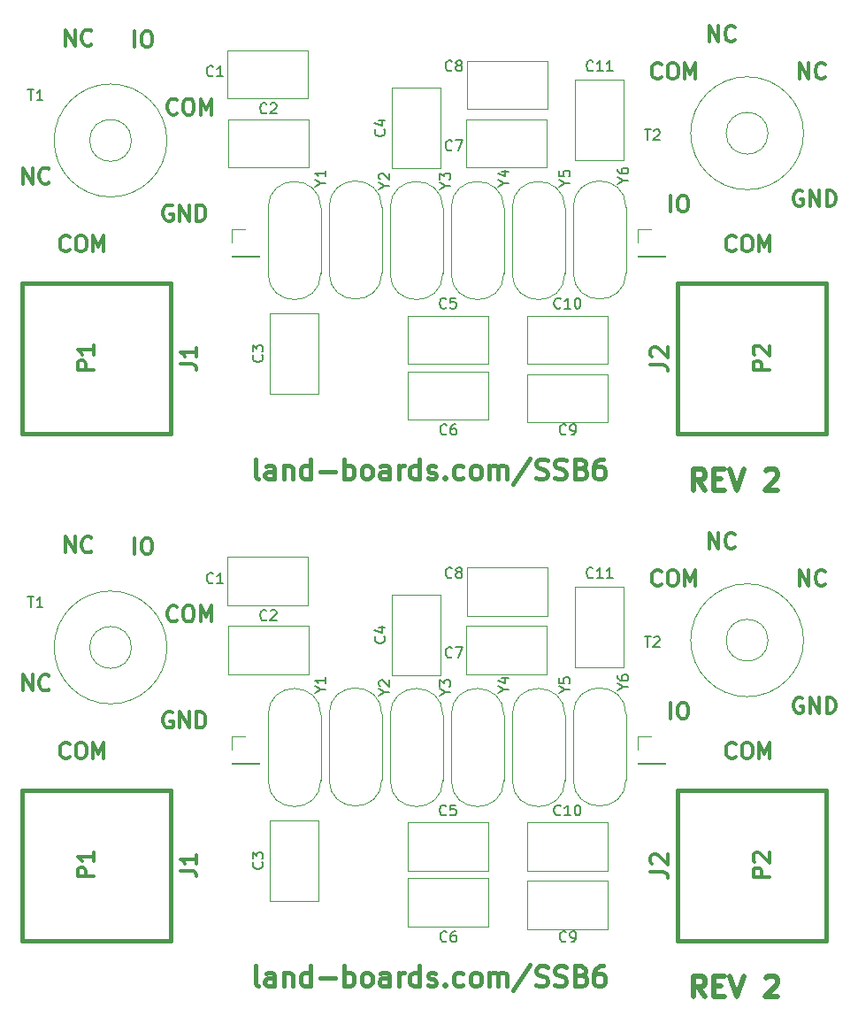
<source format=gto>
%MOIN*%
%OFA0B0*%
%FSLAX46Y46*%
%IPPOS*%
%LPD*%
%ADD10C,0.012000000000000002*%
%ADD11C,0.01968503937007874*%
%ADD12C,0.01625*%
%ADD13C,0.015000000000000001*%
%ADD14C,0.0047244094488188976*%
%ADD15C,0.005905511811023622*%
%ADD26C,0.012000000000000002*%
%ADD27C,0.01968503937007874*%
%ADD28C,0.01625*%
%ADD29C,0.015000000000000001*%
%ADD30C,0.0047244094488188976*%
%ADD31C,0.005905511811023622*%
%LPD*%
G01*
D10*
X0000222857Y0001723565D02*
X0000222857Y0001783565D01*
X0000257142Y0001723565D01*
X0000257142Y0001783565D01*
X0000320000Y0001729280D02*
X0000317142Y0001726422D01*
X0000308571Y0001723565D01*
X0000302857Y0001723565D01*
X0000294285Y0001726422D01*
X0000288571Y0001732137D01*
X0000285714Y0001737851D01*
X0000282857Y0001749280D01*
X0000282857Y0001757851D01*
X0000285714Y0001769280D01*
X0000288571Y0001774994D01*
X0000294285Y0001780708D01*
X0000302857Y0001783565D01*
X0000308571Y0001783565D01*
X0000317142Y0001780708D01*
X0000320000Y0001777851D01*
X0000062857Y0001203565D02*
X0000062857Y0001263565D01*
X0000097142Y0001203565D01*
X0000097142Y0001263565D01*
X0000160000Y0001209280D02*
X0000157142Y0001206422D01*
X0000148571Y0001203565D01*
X0000142857Y0001203565D01*
X0000134285Y0001206422D01*
X0000128571Y0001212137D01*
X0000125714Y0001217851D01*
X0000122857Y0001229280D01*
X0000122857Y0001237851D01*
X0000125714Y0001249280D01*
X0000128571Y0001254994D01*
X0000134285Y0001260708D01*
X0000142857Y0001263565D01*
X0000148571Y0001263565D01*
X0000157142Y0001260708D01*
X0000160000Y0001257851D01*
X0002647857Y0001738565D02*
X0002647857Y0001798565D01*
X0002682142Y0001738565D01*
X0002682142Y0001798565D01*
X0002745000Y0001744280D02*
X0002742142Y0001741422D01*
X0002733571Y0001738565D01*
X0002727857Y0001738565D01*
X0002719285Y0001741422D01*
X0002713571Y0001747137D01*
X0002710714Y0001752851D01*
X0002707857Y0001764280D01*
X0002707857Y0001772851D01*
X0002710714Y0001784280D01*
X0002713571Y0001789994D01*
X0002719285Y0001795708D01*
X0002727857Y0001798565D01*
X0002733571Y0001798565D01*
X0002742142Y0001795708D01*
X0002745000Y0001792851D01*
X0002987857Y0001598565D02*
X0002987857Y0001658565D01*
X0003022142Y0001598565D01*
X0003022142Y0001658565D01*
X0003085000Y0001604280D02*
X0003082142Y0001601422D01*
X0003073571Y0001598565D01*
X0003067857Y0001598565D01*
X0003059285Y0001601422D01*
X0003053571Y0001607137D01*
X0003050714Y0001612851D01*
X0003047857Y0001624280D01*
X0003047857Y0001632851D01*
X0003050714Y0001644280D01*
X0003053571Y0001649994D01*
X0003059285Y0001655708D01*
X0003067857Y0001658565D01*
X0003073571Y0001658565D01*
X0003082142Y0001655708D01*
X0003085000Y0001652851D01*
X0000624285Y0001120708D02*
X0000618571Y0001123565D01*
X0000610000Y0001123565D01*
X0000601428Y0001120708D01*
X0000595714Y0001114994D01*
X0000592857Y0001109280D01*
X0000590000Y0001097851D01*
X0000590000Y0001089280D01*
X0000592857Y0001077851D01*
X0000595714Y0001072137D01*
X0000601428Y0001066422D01*
X0000610000Y0001063565D01*
X0000615714Y0001063565D01*
X0000624285Y0001066422D01*
X0000627142Y0001069280D01*
X0000627142Y0001089280D01*
X0000615714Y0001089280D01*
X0000652857Y0001063565D02*
X0000652857Y0001123565D01*
X0000687142Y0001063565D01*
X0000687142Y0001123565D01*
X0000715714Y0001063565D02*
X0000715714Y0001123565D01*
X0000730000Y0001123565D01*
X0000738571Y0001120708D01*
X0000744285Y0001114994D01*
X0000747142Y0001109280D01*
X0000750000Y0001097851D01*
X0000750000Y0001089280D01*
X0000747142Y0001077851D01*
X0000744285Y0001072137D01*
X0000738571Y0001066422D01*
X0000730000Y0001063565D01*
X0000715714Y0001063565D01*
X0000483571Y0001718565D02*
X0000483571Y0001778565D01*
X0000523571Y0001778565D02*
X0000535000Y0001778565D01*
X0000540714Y0001775708D01*
X0000546428Y0001769994D01*
X0000549285Y0001758565D01*
X0000549285Y0001738565D01*
X0000546428Y0001727137D01*
X0000540714Y0001721422D01*
X0000535000Y0001718565D01*
X0000523571Y0001718565D01*
X0000517857Y0001721422D01*
X0000512142Y0001727137D01*
X0000509285Y0001738565D01*
X0000509285Y0001758565D01*
X0000512142Y0001769994D01*
X0000517857Y0001775708D01*
X0000523571Y0001778565D01*
X0000237857Y0000954280D02*
X0000235000Y0000951422D01*
X0000226428Y0000948565D01*
X0000220714Y0000948565D01*
X0000212142Y0000951422D01*
X0000206428Y0000957137D01*
X0000203571Y0000962851D01*
X0000200714Y0000974280D01*
X0000200714Y0000982851D01*
X0000203571Y0000994280D01*
X0000206428Y0000999994D01*
X0000212142Y0001005708D01*
X0000220714Y0001008565D01*
X0000226428Y0001008565D01*
X0000235000Y0001005708D01*
X0000237857Y0001002851D01*
X0000274999Y0001008565D02*
X0000286428Y0001008565D01*
X0000292142Y0001005708D01*
X0000297857Y0000999994D01*
X0000300714Y0000988565D01*
X0000300714Y0000968565D01*
X0000297857Y0000957137D01*
X0000292142Y0000951422D01*
X0000286428Y0000948565D01*
X0000274999Y0000948565D01*
X0000269285Y0000951422D01*
X0000263571Y0000957137D01*
X0000260714Y0000968565D01*
X0000260714Y0000988565D01*
X0000263571Y0000999994D01*
X0000269285Y0001005708D01*
X0000274999Y0001008565D01*
X0000326428Y0000948565D02*
X0000326428Y0001008565D01*
X0000346428Y0000965708D01*
X0000366428Y0001008565D01*
X0000366428Y0000948565D01*
X0000642857Y0001469280D02*
X0000640000Y0001466422D01*
X0000631428Y0001463565D01*
X0000625714Y0001463565D01*
X0000617142Y0001466422D01*
X0000611428Y0001472137D01*
X0000608571Y0001477851D01*
X0000605714Y0001489280D01*
X0000605714Y0001497851D01*
X0000608571Y0001509280D01*
X0000611428Y0001514994D01*
X0000617142Y0001520708D01*
X0000625714Y0001523565D01*
X0000631428Y0001523565D01*
X0000640000Y0001520708D01*
X0000642857Y0001517851D01*
X0000679999Y0001523565D02*
X0000691428Y0001523565D01*
X0000697142Y0001520708D01*
X0000702857Y0001514994D01*
X0000705714Y0001503565D01*
X0000705714Y0001483565D01*
X0000702857Y0001472137D01*
X0000697142Y0001466422D01*
X0000691428Y0001463565D01*
X0000679999Y0001463565D01*
X0000674285Y0001466422D01*
X0000668571Y0001472137D01*
X0000665714Y0001483565D01*
X0000665714Y0001503565D01*
X0000668571Y0001514994D01*
X0000674285Y0001520708D01*
X0000679999Y0001523565D01*
X0000731428Y0001463565D02*
X0000731428Y0001523565D01*
X0000751428Y0001480708D01*
X0000771428Y0001523565D01*
X0000771428Y0001463565D01*
X0002467857Y0001604280D02*
X0002465000Y0001601422D01*
X0002456428Y0001598565D01*
X0002450714Y0001598565D01*
X0002442142Y0001601422D01*
X0002436428Y0001607137D01*
X0002433571Y0001612851D01*
X0002430714Y0001624280D01*
X0002430714Y0001632851D01*
X0002433571Y0001644280D01*
X0002436428Y0001649994D01*
X0002442142Y0001655708D01*
X0002450714Y0001658565D01*
X0002456428Y0001658565D01*
X0002465000Y0001655708D01*
X0002467857Y0001652851D01*
X0002505000Y0001658565D02*
X0002516428Y0001658565D01*
X0002522142Y0001655708D01*
X0002527857Y0001649994D01*
X0002530714Y0001638565D01*
X0002530714Y0001618565D01*
X0002527857Y0001607137D01*
X0002522142Y0001601422D01*
X0002516428Y0001598565D01*
X0002505000Y0001598565D01*
X0002499285Y0001601422D01*
X0002493571Y0001607137D01*
X0002490714Y0001618565D01*
X0002490714Y0001638565D01*
X0002493571Y0001649994D01*
X0002499285Y0001655708D01*
X0002505000Y0001658565D01*
X0002556428Y0001598565D02*
X0002556428Y0001658565D01*
X0002576428Y0001615708D01*
X0002596428Y0001658565D01*
X0002596428Y0001598565D01*
X0002503571Y0001098565D02*
X0002503571Y0001158565D01*
X0002543571Y0001158565D02*
X0002555000Y0001158565D01*
X0002560714Y0001155708D01*
X0002566428Y0001149994D01*
X0002569285Y0001138565D01*
X0002569285Y0001118565D01*
X0002566428Y0001107137D01*
X0002560714Y0001101422D01*
X0002555000Y0001098565D01*
X0002543571Y0001098565D01*
X0002537857Y0001101422D01*
X0002532142Y0001107137D01*
X0002529285Y0001118565D01*
X0002529285Y0001138565D01*
X0002532142Y0001149994D01*
X0002537857Y0001155708D01*
X0002543571Y0001158565D01*
X0002747857Y0000954280D02*
X0002745000Y0000951422D01*
X0002736428Y0000948565D01*
X0002730714Y0000948565D01*
X0002722142Y0000951422D01*
X0002716428Y0000957137D01*
X0002713571Y0000962851D01*
X0002710714Y0000974280D01*
X0002710714Y0000982851D01*
X0002713571Y0000994280D01*
X0002716428Y0000999994D01*
X0002722142Y0001005708D01*
X0002730714Y0001008565D01*
X0002736428Y0001008565D01*
X0002745000Y0001005708D01*
X0002747857Y0001002851D01*
X0002785000Y0001008565D02*
X0002796428Y0001008565D01*
X0002802142Y0001005708D01*
X0002807857Y0000999994D01*
X0002810714Y0000988565D01*
X0002810714Y0000968565D01*
X0002807857Y0000957137D01*
X0002802142Y0000951422D01*
X0002796428Y0000948565D01*
X0002785000Y0000948565D01*
X0002779285Y0000951422D01*
X0002773571Y0000957137D01*
X0002770714Y0000968565D01*
X0002770714Y0000988565D01*
X0002773571Y0000999994D01*
X0002779285Y0001005708D01*
X0002785000Y0001008565D01*
X0002836428Y0000948565D02*
X0002836428Y0001008565D01*
X0002856428Y0000965708D01*
X0002876428Y0001008565D01*
X0002876428Y0000948565D01*
X0002999285Y0001175708D02*
X0002993571Y0001178565D01*
X0002985000Y0001178565D01*
X0002976428Y0001175708D01*
X0002970714Y0001169994D01*
X0002967857Y0001164280D01*
X0002965000Y0001152851D01*
X0002965000Y0001144280D01*
X0002967857Y0001132851D01*
X0002970714Y0001127137D01*
X0002976428Y0001121422D01*
X0002985000Y0001118565D01*
X0002990714Y0001118565D01*
X0002999285Y0001121422D01*
X0003002142Y0001124280D01*
X0003002142Y0001144280D01*
X0002990714Y0001144280D01*
X0003027857Y0001118565D02*
X0003027857Y0001178565D01*
X0003062142Y0001118565D01*
X0003062142Y0001178565D01*
X0003090714Y0001118565D02*
X0003090714Y0001178565D01*
X0003105000Y0001178565D01*
X0003113571Y0001175708D01*
X0003119285Y0001169994D01*
X0003122142Y0001164280D01*
X0003125000Y0001152851D01*
X0003125000Y0001144280D01*
X0003122142Y0001132851D01*
X0003119285Y0001127137D01*
X0003113571Y0001121422D01*
X0003105000Y0001118565D01*
X0003090714Y0001118565D01*
D11*
X0002632514Y0000050088D02*
X0002606267Y0000087583D01*
X0002587519Y0000050088D02*
X0002587519Y0000128828D01*
X0002617515Y0000128828D01*
X0002625014Y0000125078D01*
X0002628764Y0000121329D01*
X0002632514Y0000113830D01*
X0002632514Y0000102581D01*
X0002628764Y0000095082D01*
X0002625014Y0000091332D01*
X0002617515Y0000087583D01*
X0002587519Y0000087583D01*
X0002666259Y0000091332D02*
X0002692506Y0000091332D01*
X0002703755Y0000050088D02*
X0002666259Y0000050088D01*
X0002666259Y0000128828D01*
X0002703755Y0000128828D01*
X0002726252Y0000128828D02*
X0002752499Y0000050088D01*
X0002778745Y0000128828D01*
X0002861235Y0000121329D02*
X0002864985Y0000125078D01*
X0002872484Y0000128828D01*
X0002891231Y0000128828D01*
X0002898730Y0000125078D01*
X0002902480Y0000121329D01*
X0002906229Y0000113830D01*
X0002906229Y0000106331D01*
X0002902480Y0000095082D01*
X0002857485Y0000050088D01*
X0002906229Y0000050088D01*
D12*
X0000948571Y0000091780D02*
X0000941428Y0000095351D01*
X0000937857Y0000102494D01*
X0000937857Y0000166780D01*
X0001009285Y0000091780D02*
X0001009285Y0000131065D01*
X0001005714Y0000138208D01*
X0000998571Y0000141780D01*
X0000984285Y0000141780D01*
X0000977142Y0000138208D01*
X0001009285Y0000095351D02*
X0001002142Y0000091780D01*
X0000984285Y0000091780D01*
X0000977142Y0000095351D01*
X0000973571Y0000102494D01*
X0000973571Y0000109637D01*
X0000977142Y0000116780D01*
X0000984285Y0000120351D01*
X0001002142Y0000120351D01*
X0001009285Y0000123922D01*
X0001044999Y0000141780D02*
X0001044999Y0000091780D01*
X0001044999Y0000134637D02*
X0001048571Y0000138208D01*
X0001055714Y0000141780D01*
X0001066428Y0000141780D01*
X0001073571Y0000138208D01*
X0001077142Y0000131065D01*
X0001077142Y0000091780D01*
X0001145000Y0000091780D02*
X0001145000Y0000166780D01*
X0001145000Y0000095351D02*
X0001137857Y0000091780D01*
X0001123571Y0000091780D01*
X0001116428Y0000095351D01*
X0001112857Y0000098922D01*
X0001109285Y0000106065D01*
X0001109285Y0000127494D01*
X0001112857Y0000134637D01*
X0001116428Y0000138208D01*
X0001123571Y0000141780D01*
X0001137857Y0000141780D01*
X0001145000Y0000138208D01*
X0001180714Y0000120351D02*
X0001237857Y0000120351D01*
X0001273571Y0000091780D02*
X0001273571Y0000166780D01*
X0001273571Y0000138208D02*
X0001280714Y0000141780D01*
X0001295000Y0000141780D01*
X0001302142Y0000138208D01*
X0001305714Y0000134637D01*
X0001309285Y0000127494D01*
X0001309285Y0000106065D01*
X0001305714Y0000098922D01*
X0001302142Y0000095351D01*
X0001295000Y0000091780D01*
X0001280714Y0000091780D01*
X0001273571Y0000095351D01*
X0001352142Y0000091780D02*
X0001345000Y0000095351D01*
X0001341428Y0000098922D01*
X0001337857Y0000106065D01*
X0001337857Y0000127494D01*
X0001341428Y0000134637D01*
X0001345000Y0000138208D01*
X0001352142Y0000141780D01*
X0001362857Y0000141780D01*
X0001370000Y0000138208D01*
X0001373571Y0000134637D01*
X0001377142Y0000127494D01*
X0001377142Y0000106065D01*
X0001373571Y0000098922D01*
X0001370000Y0000095351D01*
X0001362857Y0000091780D01*
X0001352142Y0000091780D01*
X0001441428Y0000091780D02*
X0001441428Y0000131065D01*
X0001437857Y0000138208D01*
X0001430714Y0000141780D01*
X0001416428Y0000141780D01*
X0001409285Y0000138208D01*
X0001441428Y0000095351D02*
X0001434285Y0000091780D01*
X0001416428Y0000091780D01*
X0001409285Y0000095351D01*
X0001405714Y0000102494D01*
X0001405714Y0000109637D01*
X0001409285Y0000116780D01*
X0001416428Y0000120351D01*
X0001434285Y0000120351D01*
X0001441428Y0000123922D01*
X0001477142Y0000091780D02*
X0001477142Y0000141780D01*
X0001477142Y0000127494D02*
X0001480714Y0000134637D01*
X0001484285Y0000138208D01*
X0001491428Y0000141780D01*
X0001498571Y0000141780D01*
X0001555714Y0000091780D02*
X0001555714Y0000166780D01*
X0001555714Y0000095351D02*
X0001548571Y0000091780D01*
X0001534285Y0000091780D01*
X0001527142Y0000095351D01*
X0001523571Y0000098922D01*
X0001520000Y0000106065D01*
X0001520000Y0000127494D01*
X0001523571Y0000134637D01*
X0001527142Y0000138208D01*
X0001534285Y0000141780D01*
X0001548571Y0000141780D01*
X0001555714Y0000138208D01*
X0001587857Y0000095351D02*
X0001595000Y0000091780D01*
X0001609285Y0000091780D01*
X0001616428Y0000095351D01*
X0001620000Y0000102494D01*
X0001620000Y0000106065D01*
X0001616428Y0000113208D01*
X0001609285Y0000116780D01*
X0001598571Y0000116780D01*
X0001591428Y0000120351D01*
X0001587857Y0000127494D01*
X0001587857Y0000131065D01*
X0001591428Y0000138208D01*
X0001598571Y0000141780D01*
X0001609285Y0000141780D01*
X0001616428Y0000138208D01*
X0001652142Y0000098922D02*
X0001655714Y0000095351D01*
X0001652142Y0000091780D01*
X0001648571Y0000095351D01*
X0001652142Y0000098922D01*
X0001652142Y0000091780D01*
X0001720000Y0000095351D02*
X0001712857Y0000091780D01*
X0001698571Y0000091780D01*
X0001691428Y0000095351D01*
X0001687857Y0000098922D01*
X0001684285Y0000106065D01*
X0001684285Y0000127494D01*
X0001687857Y0000134637D01*
X0001691428Y0000138208D01*
X0001698571Y0000141780D01*
X0001712857Y0000141780D01*
X0001720000Y0000138208D01*
X0001762857Y0000091780D02*
X0001755714Y0000095351D01*
X0001752142Y0000098922D01*
X0001748571Y0000106065D01*
X0001748571Y0000127494D01*
X0001752142Y0000134637D01*
X0001755714Y0000138208D01*
X0001762857Y0000141780D01*
X0001773571Y0000141780D01*
X0001780714Y0000138208D01*
X0001784285Y0000134637D01*
X0001787857Y0000127494D01*
X0001787857Y0000106065D01*
X0001784285Y0000098922D01*
X0001780714Y0000095351D01*
X0001773571Y0000091780D01*
X0001762857Y0000091780D01*
X0001820000Y0000091780D02*
X0001820000Y0000141780D01*
X0001820000Y0000134637D02*
X0001823571Y0000138208D01*
X0001830714Y0000141780D01*
X0001841428Y0000141780D01*
X0001848571Y0000138208D01*
X0001852142Y0000131065D01*
X0001852142Y0000091780D01*
X0001852142Y0000131065D02*
X0001855714Y0000138208D01*
X0001862857Y0000141780D01*
X0001873571Y0000141780D01*
X0001880714Y0000138208D01*
X0001884285Y0000131065D01*
X0001884285Y0000091780D01*
X0001973571Y0000170351D02*
X0001909285Y0000073922D01*
X0001995000Y0000095351D02*
X0002005714Y0000091780D01*
X0002023571Y0000091780D01*
X0002030714Y0000095351D01*
X0002034285Y0000098922D01*
X0002037857Y0000106065D01*
X0002037857Y0000113208D01*
X0002034285Y0000120351D01*
X0002030714Y0000123922D01*
X0002023571Y0000127494D01*
X0002009285Y0000131065D01*
X0002002142Y0000134637D01*
X0001998571Y0000138208D01*
X0001995000Y0000145351D01*
X0001995000Y0000152494D01*
X0001998571Y0000159637D01*
X0002002142Y0000163208D01*
X0002009285Y0000166780D01*
X0002027142Y0000166780D01*
X0002037857Y0000163208D01*
X0002066428Y0000095351D02*
X0002077142Y0000091780D01*
X0002095000Y0000091780D01*
X0002102142Y0000095351D01*
X0002105714Y0000098922D01*
X0002109285Y0000106065D01*
X0002109285Y0000113208D01*
X0002105714Y0000120351D01*
X0002102142Y0000123922D01*
X0002095000Y0000127494D01*
X0002080714Y0000131065D01*
X0002073571Y0000134637D01*
X0002070000Y0000138208D01*
X0002066428Y0000145351D01*
X0002066428Y0000152494D01*
X0002070000Y0000159637D01*
X0002073571Y0000163208D01*
X0002080714Y0000166780D01*
X0002098571Y0000166780D01*
X0002109285Y0000163208D01*
X0002166428Y0000131065D02*
X0002177142Y0000127494D01*
X0002180714Y0000123922D01*
X0002184285Y0000116780D01*
X0002184285Y0000106065D01*
X0002180714Y0000098922D01*
X0002177142Y0000095351D01*
X0002170000Y0000091780D01*
X0002141428Y0000091780D01*
X0002141428Y0000166780D01*
X0002166428Y0000166780D01*
X0002173571Y0000163208D01*
X0002177142Y0000159637D01*
X0002180714Y0000152494D01*
X0002180714Y0000145351D01*
X0002177142Y0000138208D01*
X0002173571Y0000134637D01*
X0002166428Y0000131065D01*
X0002141428Y0000131065D01*
X0002248571Y0000166780D02*
X0002234285Y0000166780D01*
X0002227142Y0000163208D01*
X0002223571Y0000159637D01*
X0002216428Y0000148922D01*
X0002212857Y0000134637D01*
X0002212857Y0000106065D01*
X0002216428Y0000098922D01*
X0002220000Y0000095351D01*
X0002227142Y0000091780D01*
X0002241428Y0000091780D01*
X0002248571Y0000095351D01*
X0002252142Y0000098922D01*
X0002255714Y0000106065D01*
X0002255714Y0000123922D01*
X0002252142Y0000131065D01*
X0002248571Y0000134637D01*
X0002241428Y0000138208D01*
X0002227142Y0000138208D01*
X0002220000Y0000134637D01*
X0002216428Y0000131065D01*
X0002212857Y0000123922D01*
D13*
X0002530300Y0000828708D02*
X0002530300Y0000261808D01*
X0003090100Y0000261808D02*
X0002531000Y0000261808D01*
X0003089900Y0000828908D02*
X0003089900Y0000262008D01*
X0002531000Y0000828708D02*
X0003090100Y0000828708D01*
X0000619700Y0000262708D02*
X0000619700Y0000829608D01*
X0000059900Y0000829608D02*
X0000619000Y0000829608D01*
X0000060100Y0000262508D02*
X0000060100Y0000829408D01*
X0000619000Y0000262708D02*
X0000059900Y0000262708D01*
D14*
X0001135787Y0001707086D02*
X0001135787Y0001524330D01*
X0000831062Y0001707086D02*
X0000831062Y0001524330D01*
X0000831062Y0001524330D02*
X0001135787Y0001524330D01*
X0000831062Y0001707086D02*
X0001135787Y0001707086D01*
X0001138937Y0001264330D02*
X0000834212Y0001264330D01*
X0001138937Y0001447086D02*
X0000834212Y0001447086D01*
X0001138937Y0001264330D02*
X0001138937Y0001447086D01*
X0000834212Y0001264330D02*
X0000834212Y0001447086D01*
X0000993622Y0000716496D02*
X0001176377Y0000716496D01*
X0000993622Y0000411771D02*
X0001176377Y0000411771D01*
X0001176377Y0000411771D02*
X0001176377Y0000716496D01*
X0000993622Y0000411771D02*
X0000993622Y0000716496D01*
X0001453622Y0001566496D02*
X0001636377Y0001566496D01*
X0001453622Y0001261771D02*
X0001636377Y0001261771D01*
X0001636377Y0001261771D02*
X0001636377Y0001566496D01*
X0001453622Y0001261771D02*
X0001453622Y0001566496D01*
X0001511062Y0000707086D02*
X0001815787Y0000707086D01*
X0001511062Y0000524330D02*
X0001815787Y0000524330D01*
X0001511062Y0000707086D02*
X0001511062Y0000524330D01*
X0001815787Y0000707086D02*
X0001815787Y0000524330D01*
X0001511062Y0000497086D02*
X0001815787Y0000497086D01*
X0001511062Y0000314330D02*
X0001815787Y0000314330D01*
X0001511062Y0000497086D02*
X0001511062Y0000314330D01*
X0001815787Y0000497086D02*
X0001815787Y0000314330D01*
X0001731062Y0001447086D02*
X0002035787Y0001447086D01*
X0001731062Y0001264330D02*
X0002035787Y0001264330D01*
X0001731062Y0001447086D02*
X0001731062Y0001264330D01*
X0002035787Y0001447086D02*
X0002035787Y0001264330D01*
X0001734212Y0001484330D02*
X0001734212Y0001667086D01*
X0002038937Y0001484330D02*
X0002038937Y0001667086D01*
X0002038937Y0001667086D02*
X0001734212Y0001667086D01*
X0002038937Y0001484330D02*
X0001734212Y0001484330D01*
X0002265787Y0000487086D02*
X0002265787Y0000304330D01*
X0001961062Y0000487086D02*
X0001961062Y0000304330D01*
X0001961062Y0000304330D02*
X0002265787Y0000304330D01*
X0001961062Y0000487086D02*
X0002265787Y0000487086D01*
X0002265787Y0000707086D02*
X0002265787Y0000524330D01*
X0001961062Y0000707086D02*
X0001961062Y0000524330D01*
X0001961062Y0000524330D02*
X0002265787Y0000524330D01*
X0001961062Y0000707086D02*
X0002265787Y0000707086D01*
X0002143622Y0001291771D02*
X0002143622Y0001596496D01*
X0002326377Y0001291771D02*
X0002326377Y0001596496D01*
X0002143622Y0001291771D02*
X0002326377Y0001291771D01*
X0002143622Y0001596496D02*
X0002326377Y0001596496D01*
X0000985590Y0001112677D02*
X0000985590Y0000866614D01*
X0001184409Y0001112677D02*
X0001184409Y0000866614D01*
X0000985590Y0001112677D02*
G75*
G02*
X0001184409Y0001112677I0000099409D01*
G01*
X0000985590Y0000866614D02*
G75*
G03*
X0001184409Y0000866614I0000099409D01*
G01*
X0001445590Y0001112677D02*
X0001445590Y0000866614D01*
X0001644409Y0001112677D02*
X0001644409Y0000866614D01*
X0001445590Y0001112677D02*
G75*
G02*
X0001644409Y0001112677I0000099409D01*
G01*
X0001445590Y0000866614D02*
G75*
G03*
X0001644409Y0000866614I0000099409D01*
G01*
X0001874409Y0001112677D02*
X0001874409Y0000866614D01*
X0001675590Y0001112677D02*
X0001675590Y0000866614D01*
X0001675590Y0000866614D02*
G75*
G03*
X0001874409Y0000866614I0000099409D01*
G01*
X0001675590Y0001112677D02*
G75*
G02*
X0001874409Y0001112677I0000099409D01*
G01*
X0001905590Y0001112677D02*
X0001905590Y0000866614D01*
X0002104409Y0001112677D02*
X0002104409Y0000866614D01*
X0001905590Y0001112677D02*
G75*
G02*
X0002104409Y0001112677I0000099409D01*
G01*
X0001905590Y0000866614D02*
G75*
G03*
X0002104409Y0000866614I0000099409D01*
G01*
X0002135590Y0000868740D02*
X0002135590Y0001114803D01*
X0002334409Y0000868740D02*
X0002334409Y0001114803D01*
X0002334409Y0001114803D02*
G75*
G03*
X0002135590Y0001114803I-0000099409D01*
G01*
X0002334409Y0000868740D02*
G75*
G02*
X0002135590Y0000868740I-0000099409D01*
G01*
X0001414409Y0000868740D02*
X0001414409Y0001114803D01*
X0001215590Y0000868740D02*
X0001215590Y0001114803D01*
X0001414409Y0000868740D02*
G75*
G02*
X0001215590Y0000868740I-0000099409D01*
G01*
X0001414409Y0001114803D02*
G75*
G03*
X0001215590Y0001114803I-0000099409D01*
G01*
X0000470728Y0001366614D02*
G75*
G03*
X0000470728Y0001366614I-0000078838D01*
G01*
X0000604488Y0001366614D02*
G75*
G03*
X0000604488Y0001366614I-0000212598D01*
G01*
X0003003503Y0001393818D02*
G75*
G03*
X0003003503Y0001393818I-0000212598D01*
G01*
X0002869744Y0001393818D02*
G75*
G03*
X0002869744Y0001393818I-0000078838D01*
G01*
X0000847637Y0000928346D02*
X0000952362Y0000928346D01*
X0000847637Y0000930708D02*
X0000847637Y0000928346D01*
X0000952362Y0000930708D02*
X0000952362Y0000928346D01*
X0000847637Y0000930708D02*
X0000952362Y0000930708D01*
X0000847637Y0000980708D02*
X0000847637Y0001033070D01*
X0000847637Y0001033070D02*
X0000900000Y0001033070D01*
X0002377637Y0001033070D02*
X0002430000Y0001033070D01*
X0002377637Y0000980708D02*
X0002377637Y0001033070D01*
X0002377637Y0000930708D02*
X0002482362Y0000930708D01*
X0002482362Y0000930708D02*
X0002482362Y0000928346D01*
X0002377637Y0000930708D02*
X0002377637Y0000928346D01*
X0002377637Y0000928346D02*
X0002482362Y0000928346D01*
D10*
X0002425904Y0000523041D02*
X0002472333Y0000523041D01*
X0002481619Y0000519946D01*
X0002487809Y0000513756D01*
X0002490904Y0000504470D01*
X0002490904Y0000498280D01*
X0002432095Y0000550899D02*
X0002429000Y0000553994D01*
X0002425904Y0000560184D01*
X0002425904Y0000575661D01*
X0002429000Y0000581851D01*
X0002432095Y0000584946D01*
X0002438285Y0000588041D01*
X0002444476Y0000588041D01*
X0002453761Y0000584946D01*
X0002490904Y0000547803D01*
X0002490904Y0000588041D01*
X0000655642Y0000526708D02*
X0000698500Y0000526708D01*
X0000707071Y0000523851D01*
X0000712785Y0000518137D01*
X0000715642Y0000509565D01*
X0000715642Y0000503851D01*
X0000715642Y0000586708D02*
X0000715642Y0000552422D01*
X0000715642Y0000569565D02*
X0000655642Y0000569565D01*
X0000664214Y0000563851D01*
X0000669928Y0000558137D01*
X0000672785Y0000552422D01*
D15*
X0000778438Y0001611647D02*
X0000776563Y0001609773D01*
X0000770939Y0001607898D01*
X0000767189Y0001607898D01*
X0000761565Y0001609773D01*
X0000757815Y0001613522D01*
X0000755941Y0001617272D01*
X0000754066Y0001624771D01*
X0000754066Y0001630395D01*
X0000755941Y0001637894D01*
X0000757815Y0001641644D01*
X0000761565Y0001645393D01*
X0000767189Y0001647268D01*
X0000770939Y0001647268D01*
X0000776563Y0001645393D01*
X0000778438Y0001643518D01*
X0000815933Y0001607898D02*
X0000793436Y0001607898D01*
X0000804685Y0001607898D02*
X0000804685Y0001647268D01*
X0000800935Y0001641644D01*
X0000797185Y0001637894D01*
X0000793436Y0001636019D01*
X0000980013Y0001471647D02*
X0000978138Y0001469773D01*
X0000972514Y0001467898D01*
X0000968764Y0001467898D01*
X0000963140Y0001469773D01*
X0000959390Y0001473522D01*
X0000957515Y0001477272D01*
X0000955641Y0001484771D01*
X0000955641Y0001490395D01*
X0000957515Y0001497894D01*
X0000959390Y0001501644D01*
X0000963140Y0001505393D01*
X0000968764Y0001507268D01*
X0000972514Y0001507268D01*
X0000978138Y0001505393D01*
X0000980013Y0001503518D01*
X0000995011Y0001503518D02*
X0000996885Y0001505393D01*
X0001000635Y0001507268D01*
X0001010009Y0001507268D01*
X0001013758Y0001505393D01*
X0001015633Y0001503518D01*
X0001017508Y0001499769D01*
X0001017508Y0001496019D01*
X0001015633Y0001490395D01*
X0000993136Y0001467898D01*
X0001017508Y0001467898D01*
X0000963233Y0000557572D02*
X0000965108Y0000555697D01*
X0000966983Y0000550073D01*
X0000966983Y0000546323D01*
X0000965108Y0000540699D01*
X0000961359Y0000536949D01*
X0000957609Y0000535075D01*
X0000950110Y0000533200D01*
X0000944486Y0000533200D01*
X0000936987Y0000535075D01*
X0000933237Y0000536949D01*
X0000929488Y0000540699D01*
X0000927613Y0000546323D01*
X0000927613Y0000550073D01*
X0000929488Y0000555697D01*
X0000931362Y0000557572D01*
X0000927613Y0000570695D02*
X0000927613Y0000595067D01*
X0000942611Y0000581944D01*
X0000942611Y0000587568D01*
X0000944486Y0000591317D01*
X0000946361Y0000593192D01*
X0000950110Y0000595067D01*
X0000959484Y0000595067D01*
X0000963233Y0000593192D01*
X0000965108Y0000591317D01*
X0000966983Y0000587568D01*
X0000966983Y0000576319D01*
X0000965108Y0000572570D01*
X0000963233Y0000570695D01*
X0001423233Y0001407572D02*
X0001425108Y0001405697D01*
X0001426983Y0001400073D01*
X0001426983Y0001396323D01*
X0001425108Y0001390699D01*
X0001421359Y0001386949D01*
X0001417609Y0001385074D01*
X0001410110Y0001383200D01*
X0001404486Y0001383200D01*
X0001396987Y0001385074D01*
X0001393237Y0001386949D01*
X0001389488Y0001390699D01*
X0001387613Y0001396323D01*
X0001387613Y0001400073D01*
X0001389488Y0001405697D01*
X0001391362Y0001407572D01*
X0001400736Y0001441317D02*
X0001426983Y0001441317D01*
X0001385738Y0001431944D02*
X0001413860Y0001422570D01*
X0001413860Y0001446942D01*
X0001656863Y0000737474D02*
X0001654988Y0000735599D01*
X0001649364Y0000733725D01*
X0001645614Y0000733725D01*
X0001639990Y0000735599D01*
X0001636241Y0000739349D01*
X0001634366Y0000743099D01*
X0001632491Y0000750598D01*
X0001632491Y0000756222D01*
X0001634366Y0000763721D01*
X0001636241Y0000767470D01*
X0001639990Y0000771220D01*
X0001645614Y0000773095D01*
X0001649364Y0000773095D01*
X0001654988Y0000771220D01*
X0001656863Y0000769345D01*
X0001692484Y0000773095D02*
X0001673736Y0000773095D01*
X0001671861Y0000754347D01*
X0001673736Y0000756222D01*
X0001677485Y0000758097D01*
X0001686859Y0000758097D01*
X0001690609Y0000756222D01*
X0001692484Y0000754347D01*
X0001694358Y0000750598D01*
X0001694358Y0000741224D01*
X0001692484Y0000737474D01*
X0001690609Y0000735599D01*
X0001686859Y0000733725D01*
X0001677485Y0000733725D01*
X0001673736Y0000735599D01*
X0001671861Y0000737474D01*
X0001658438Y0000261647D02*
X0001656563Y0000259773D01*
X0001650939Y0000257898D01*
X0001647189Y0000257898D01*
X0001641565Y0000259773D01*
X0001637815Y0000263522D01*
X0001635941Y0000267272D01*
X0001634066Y0000274771D01*
X0001634066Y0000280395D01*
X0001635941Y0000287894D01*
X0001637815Y0000291644D01*
X0001641565Y0000295393D01*
X0001647189Y0000297268D01*
X0001650939Y0000297268D01*
X0001656563Y0000295393D01*
X0001658438Y0000293518D01*
X0001692184Y0000297268D02*
X0001684685Y0000297268D01*
X0001680935Y0000295393D01*
X0001679060Y0000293518D01*
X0001675311Y0000287894D01*
X0001673436Y0000280395D01*
X0001673436Y0000265397D01*
X0001675311Y0000261647D01*
X0001677185Y0000259773D01*
X0001680935Y0000257898D01*
X0001688434Y0000257898D01*
X0001692184Y0000259773D01*
X0001694058Y0000261647D01*
X0001695933Y0000265397D01*
X0001695933Y0000274771D01*
X0001694058Y0000278520D01*
X0001692184Y0000280395D01*
X0001688434Y0000282270D01*
X0001680935Y0000282270D01*
X0001677185Y0000280395D01*
X0001675311Y0000278520D01*
X0001673436Y0000274771D01*
X0001678438Y0001331647D02*
X0001676563Y0001329773D01*
X0001670939Y0001327898D01*
X0001667189Y0001327898D01*
X0001661565Y0001329773D01*
X0001657815Y0001333522D01*
X0001655941Y0001337272D01*
X0001654066Y0001344771D01*
X0001654066Y0001350395D01*
X0001655941Y0001357894D01*
X0001657815Y0001361644D01*
X0001661565Y0001365393D01*
X0001667189Y0001367268D01*
X0001670939Y0001367268D01*
X0001676563Y0001365393D01*
X0001678438Y0001363518D01*
X0001691561Y0001367268D02*
X0001717808Y0001367268D01*
X0001700935Y0001327898D01*
X0001678438Y0001631647D02*
X0001676563Y0001629773D01*
X0001670939Y0001627898D01*
X0001667189Y0001627898D01*
X0001661565Y0001629773D01*
X0001657815Y0001633522D01*
X0001655941Y0001637272D01*
X0001654066Y0001644771D01*
X0001654066Y0001650395D01*
X0001655941Y0001657894D01*
X0001657815Y0001661644D01*
X0001661565Y0001665393D01*
X0001667189Y0001667268D01*
X0001670939Y0001667268D01*
X0001676563Y0001665393D01*
X0001678438Y0001663518D01*
X0001700935Y0001650395D02*
X0001697185Y0001652270D01*
X0001695311Y0001654145D01*
X0001693436Y0001657894D01*
X0001693436Y0001659769D01*
X0001695311Y0001663518D01*
X0001697185Y0001665393D01*
X0001700935Y0001667268D01*
X0001708434Y0001667268D01*
X0001712184Y0001665393D01*
X0001714058Y0001663518D01*
X0001715933Y0001659769D01*
X0001715933Y0001657894D01*
X0001714058Y0001654145D01*
X0001712184Y0001652270D01*
X0001708434Y0001650395D01*
X0001700935Y0001650395D01*
X0001697185Y0001648520D01*
X0001695311Y0001646646D01*
X0001693436Y0001642896D01*
X0001693436Y0001635397D01*
X0001695311Y0001631647D01*
X0001697185Y0001629773D01*
X0001700935Y0001627898D01*
X0001708434Y0001627898D01*
X0001712184Y0001629773D01*
X0001714058Y0001631647D01*
X0001715933Y0001635397D01*
X0001715933Y0001642896D01*
X0001714058Y0001646646D01*
X0001712184Y0001648520D01*
X0001708434Y0001650395D01*
X0002108438Y0000261647D02*
X0002106563Y0000259773D01*
X0002100939Y0000257898D01*
X0002097189Y0000257898D01*
X0002091565Y0000259773D01*
X0002087815Y0000263522D01*
X0002085941Y0000267272D01*
X0002084066Y0000274771D01*
X0002084066Y0000280395D01*
X0002085941Y0000287894D01*
X0002087815Y0000291644D01*
X0002091565Y0000295393D01*
X0002097189Y0000297268D01*
X0002100939Y0000297268D01*
X0002106563Y0000295393D01*
X0002108438Y0000293518D01*
X0002127185Y0000257898D02*
X0002134685Y0000257898D01*
X0002138434Y0000259773D01*
X0002140309Y0000261647D01*
X0002144058Y0000267272D01*
X0002145933Y0000274771D01*
X0002145933Y0000289769D01*
X0002144058Y0000293518D01*
X0002142184Y0000295393D01*
X0002138434Y0000297268D01*
X0002130935Y0000297268D01*
X0002127185Y0000295393D01*
X0002125311Y0000293518D01*
X0002123436Y0000289769D01*
X0002123436Y0000280395D01*
X0002125311Y0000276646D01*
X0002127185Y0000274771D01*
X0002130935Y0000272896D01*
X0002138434Y0000272896D01*
X0002142184Y0000274771D01*
X0002144058Y0000276646D01*
X0002145933Y0000280395D01*
X0002088115Y0000737474D02*
X0002086241Y0000735599D01*
X0002080616Y0000733725D01*
X0002076867Y0000733725D01*
X0002071242Y0000735599D01*
X0002067493Y0000739349D01*
X0002065618Y0000743099D01*
X0002063743Y0000750598D01*
X0002063743Y0000756222D01*
X0002065618Y0000763721D01*
X0002067493Y0000767470D01*
X0002071242Y0000771220D01*
X0002076867Y0000773095D01*
X0002080616Y0000773095D01*
X0002086241Y0000771220D01*
X0002088115Y0000769345D01*
X0002125611Y0000733725D02*
X0002103113Y0000733725D01*
X0002114362Y0000733725D02*
X0002114362Y0000773095D01*
X0002110613Y0000767470D01*
X0002106863Y0000763721D01*
X0002103113Y0000761846D01*
X0002149983Y0000773095D02*
X0002153732Y0000773095D01*
X0002157482Y0000771220D01*
X0002159356Y0000769345D01*
X0002161231Y0000765596D01*
X0002163106Y0000758097D01*
X0002163106Y0000748723D01*
X0002161231Y0000741224D01*
X0002159356Y0000737474D01*
X0002157482Y0000735599D01*
X0002153732Y0000733725D01*
X0002149983Y0000733725D01*
X0002146233Y0000735599D01*
X0002144358Y0000737474D01*
X0002142484Y0000741224D01*
X0002140609Y0000748723D01*
X0002140609Y0000758097D01*
X0002142484Y0000765596D01*
X0002144358Y0000769345D01*
X0002146233Y0000771220D01*
X0002149983Y0000773095D01*
X0002209690Y0001631647D02*
X0002207815Y0001629773D01*
X0002202191Y0001627898D01*
X0002198442Y0001627898D01*
X0002192817Y0001629773D01*
X0002189068Y0001633522D01*
X0002187193Y0001637272D01*
X0002185318Y0001644771D01*
X0002185318Y0001650395D01*
X0002187193Y0001657894D01*
X0002189068Y0001661644D01*
X0002192817Y0001665393D01*
X0002198442Y0001667268D01*
X0002202191Y0001667268D01*
X0002207815Y0001665393D01*
X0002209690Y0001663518D01*
X0002247185Y0001627898D02*
X0002224688Y0001627898D01*
X0002235937Y0001627898D02*
X0002235937Y0001667268D01*
X0002232187Y0001661644D01*
X0002228438Y0001657894D01*
X0002224688Y0001656019D01*
X0002284681Y0001627898D02*
X0002262184Y0001627898D01*
X0002273432Y0001627898D02*
X0002273432Y0001667268D01*
X0002269683Y0001661644D01*
X0002265933Y0001657894D01*
X0002262184Y0001656019D01*
X0001184062Y0001206961D02*
X0001202810Y0001206961D01*
X0001163440Y0001193837D02*
X0001184062Y0001206961D01*
X0001163440Y0001220084D01*
X0001202810Y0001253830D02*
X0001202810Y0001231332D01*
X0001202810Y0001242581D02*
X0001163440Y0001242581D01*
X0001169064Y0001238832D01*
X0001172814Y0001235082D01*
X0001174688Y0001231332D01*
X0001654062Y0001196961D02*
X0001672810Y0001196961D01*
X0001633440Y0001183837D02*
X0001654062Y0001196961D01*
X0001633440Y0001210084D01*
X0001633440Y0001219458D02*
X0001633440Y0001243830D01*
X0001648438Y0001230706D01*
X0001648438Y0001236331D01*
X0001650313Y0001240080D01*
X0001652187Y0001241955D01*
X0001655937Y0001243830D01*
X0001665311Y0001243830D01*
X0001669060Y0001241955D01*
X0001670935Y0001240080D01*
X0001672810Y0001236331D01*
X0001672810Y0001225082D01*
X0001670935Y0001221332D01*
X0001669060Y0001219458D01*
X0001874062Y0001206961D02*
X0001892810Y0001206961D01*
X0001853440Y0001193837D02*
X0001874062Y0001206961D01*
X0001853440Y0001220084D01*
X0001866563Y0001250080D02*
X0001892810Y0001250080D01*
X0001851565Y0001240706D02*
X0001879686Y0001231332D01*
X0001879686Y0001255704D01*
X0002104062Y0001206961D02*
X0002122810Y0001206961D01*
X0002083440Y0001193837D02*
X0002104062Y0001206961D01*
X0002083440Y0001220084D01*
X0002083440Y0001251955D02*
X0002083440Y0001233207D01*
X0002102187Y0001231332D01*
X0002100313Y0001233207D01*
X0002098438Y0001236957D01*
X0002098438Y0001246331D01*
X0002100313Y0001250080D01*
X0002102187Y0001251955D01*
X0002105937Y0001253830D01*
X0002115311Y0001253830D01*
X0002119060Y0001251955D01*
X0002120935Y0001250080D01*
X0002122810Y0001246331D01*
X0002122810Y0001236957D01*
X0002120935Y0001233207D01*
X0002119060Y0001231332D01*
X0002324062Y0001216960D02*
X0002342810Y0001216960D01*
X0002303440Y0001203837D02*
X0002324062Y0001216960D01*
X0002303440Y0001230084D01*
X0002303440Y0001260080D02*
X0002303440Y0001252581D01*
X0002305314Y0001248832D01*
X0002307189Y0001246957D01*
X0002312814Y0001243207D01*
X0002320313Y0001241332D01*
X0002335311Y0001241332D01*
X0002339060Y0001243207D01*
X0002340935Y0001245082D01*
X0002342810Y0001248832D01*
X0002342810Y0001256331D01*
X0002340935Y0001260080D01*
X0002339060Y0001261955D01*
X0002335311Y0001263830D01*
X0002325937Y0001263830D01*
X0002322187Y0001261955D01*
X0002320313Y0001260080D01*
X0002318438Y0001256331D01*
X0002318438Y0001248832D01*
X0002320313Y0001245082D01*
X0002322187Y0001243207D01*
X0002325937Y0001241332D01*
X0001424062Y0001196961D02*
X0001442810Y0001196961D01*
X0001403440Y0001183837D02*
X0001424062Y0001196961D01*
X0001403440Y0001210084D01*
X0001407189Y0001221332D02*
X0001405314Y0001223207D01*
X0001403440Y0001226957D01*
X0001403440Y0001236331D01*
X0001405314Y0001240080D01*
X0001407189Y0001241955D01*
X0001410939Y0001243830D01*
X0001414688Y0001243830D01*
X0001420313Y0001241955D01*
X0001442810Y0001219458D01*
X0001442810Y0001243830D01*
X0000080003Y0001557465D02*
X0000102500Y0001557465D01*
X0000091252Y0001518095D02*
X0000091252Y0001557465D01*
X0000136246Y0001518095D02*
X0000113749Y0001518095D01*
X0000124998Y0001518095D02*
X0000124998Y0001557465D01*
X0000121248Y0001551841D01*
X0000117499Y0001548091D01*
X0000113749Y0001546216D01*
X0002405003Y0001407268D02*
X0002427500Y0001407268D01*
X0002416252Y0001367898D02*
X0002416252Y0001407268D01*
X0002438749Y0001403518D02*
X0002440624Y0001405393D01*
X0002444373Y0001407268D01*
X0002453747Y0001407268D01*
X0002457497Y0001405393D01*
X0002459371Y0001403518D01*
X0002461246Y0001399769D01*
X0002461246Y0001396019D01*
X0002459371Y0001390395D01*
X0002436874Y0001367898D01*
X0002461246Y0001367898D01*
D10*
X0000327142Y0000503422D02*
X0000267142Y0000503422D01*
X0000267142Y0000526280D01*
X0000270000Y0000531994D01*
X0000272857Y0000534851D01*
X0000278571Y0000537708D01*
X0000287142Y0000537708D01*
X0000292857Y0000534851D01*
X0000295714Y0000531994D01*
X0000298571Y0000526280D01*
X0000298571Y0000503422D01*
X0000327142Y0000594851D02*
X0000327142Y0000560565D01*
X0000327142Y0000577708D02*
X0000267142Y0000577708D01*
X0000275714Y0000571994D01*
X0000281428Y0000566280D01*
X0000284285Y0000560565D01*
X0002874142Y0000502422D02*
X0002814142Y0000502422D01*
X0002814142Y0000525280D01*
X0002817000Y0000530994D01*
X0002819857Y0000533851D01*
X0002825571Y0000536708D01*
X0002834142Y0000536708D01*
X0002839857Y0000533851D01*
X0002842714Y0000530994D01*
X0002845571Y0000525280D01*
X0002845571Y0000502422D01*
X0002819857Y0000559565D02*
X0002817000Y0000562422D01*
X0002814142Y0000568137D01*
X0002814142Y0000582422D01*
X0002817000Y0000588137D01*
X0002819857Y0000590994D01*
X0002825571Y0000593851D01*
X0002831285Y0000593851D01*
X0002839857Y0000590994D01*
X0002874142Y0000556708D01*
X0002874142Y0000593851D01*
G04 next file*
%LPD*%
G04 #@! TF.GenerationSoftware,KiCad,Pcbnew,(5.1.10)-1*
G04 #@! TF.CreationDate,2021-10-22T12:51:20-04:00*
G04 #@! TF.ProjectId,SSB6,53534236-2e6b-4696-9361-645f70636258,1*
G04 #@! TF.SameCoordinates,PX8c7ecc0PY46649b0*
G04 #@! TF.FileFunction,Legend,Top*
G04 #@! TF.FilePolarity,Positive*
G04 Gerber Fmt 4.6, Leading zero omitted, Abs format (unit mm)*
G04 Created by KiCad (PCBNEW (5.1.10)-1) date 2021-10-22 12:51:20*
G01*
G04 APERTURE LIST*
G04 APERTURE END LIST*
D26*
X0000222857Y0003633014D02*
X0000222857Y0003693014D01*
X0000257142Y0003633014D01*
X0000257142Y0003693014D01*
X0000320000Y0003638728D02*
X0000317142Y0003635871D01*
X0000308571Y0003633014D01*
X0000302857Y0003633014D01*
X0000294285Y0003635871D01*
X0000288571Y0003641586D01*
X0000285714Y0003647300D01*
X0000282857Y0003658728D01*
X0000282857Y0003667300D01*
X0000285714Y0003678728D01*
X0000288571Y0003684443D01*
X0000294285Y0003690157D01*
X0000302857Y0003693014D01*
X0000308571Y0003693014D01*
X0000317142Y0003690157D01*
X0000320000Y0003687300D01*
X0000062857Y0003113014D02*
X0000062857Y0003173014D01*
X0000097142Y0003113014D01*
X0000097142Y0003173014D01*
X0000160000Y0003118728D02*
X0000157142Y0003115871D01*
X0000148571Y0003113014D01*
X0000142857Y0003113014D01*
X0000134285Y0003115871D01*
X0000128571Y0003121586D01*
X0000125714Y0003127300D01*
X0000122857Y0003138728D01*
X0000122857Y0003147300D01*
X0000125714Y0003158728D01*
X0000128571Y0003164443D01*
X0000134285Y0003170157D01*
X0000142857Y0003173014D01*
X0000148571Y0003173014D01*
X0000157142Y0003170157D01*
X0000160000Y0003167300D01*
X0002647857Y0003648014D02*
X0002647857Y0003708014D01*
X0002682142Y0003648014D01*
X0002682142Y0003708014D01*
X0002745000Y0003653728D02*
X0002742142Y0003650871D01*
X0002733571Y0003648014D01*
X0002727857Y0003648014D01*
X0002719285Y0003650871D01*
X0002713571Y0003656586D01*
X0002710714Y0003662300D01*
X0002707857Y0003673728D01*
X0002707857Y0003682300D01*
X0002710714Y0003693728D01*
X0002713571Y0003699443D01*
X0002719285Y0003705157D01*
X0002727857Y0003708014D01*
X0002733571Y0003708014D01*
X0002742142Y0003705157D01*
X0002745000Y0003702300D01*
X0002987857Y0003508014D02*
X0002987857Y0003568014D01*
X0003022142Y0003508014D01*
X0003022142Y0003568014D01*
X0003085000Y0003513728D02*
X0003082142Y0003510871D01*
X0003073571Y0003508014D01*
X0003067857Y0003508014D01*
X0003059285Y0003510871D01*
X0003053571Y0003516586D01*
X0003050714Y0003522300D01*
X0003047857Y0003533728D01*
X0003047857Y0003542300D01*
X0003050714Y0003553728D01*
X0003053571Y0003559443D01*
X0003059285Y0003565157D01*
X0003067857Y0003568014D01*
X0003073571Y0003568014D01*
X0003082142Y0003565157D01*
X0003085000Y0003562300D01*
X0000624285Y0003030157D02*
X0000618571Y0003033014D01*
X0000610000Y0003033014D01*
X0000601428Y0003030157D01*
X0000595714Y0003024443D01*
X0000592857Y0003018728D01*
X0000590000Y0003007300D01*
X0000590000Y0002998728D01*
X0000592857Y0002987300D01*
X0000595714Y0002981586D01*
X0000601428Y0002975871D01*
X0000610000Y0002973014D01*
X0000615714Y0002973014D01*
X0000624285Y0002975871D01*
X0000627142Y0002978728D01*
X0000627142Y0002998728D01*
X0000615714Y0002998728D01*
X0000652857Y0002973014D02*
X0000652857Y0003033014D01*
X0000687142Y0002973014D01*
X0000687142Y0003033014D01*
X0000715714Y0002973014D02*
X0000715714Y0003033014D01*
X0000730000Y0003033014D01*
X0000738571Y0003030157D01*
X0000744285Y0003024443D01*
X0000747142Y0003018728D01*
X0000750000Y0003007300D01*
X0000750000Y0002998728D01*
X0000747142Y0002987300D01*
X0000744285Y0002981586D01*
X0000738571Y0002975871D01*
X0000730000Y0002973014D01*
X0000715714Y0002973014D01*
X0000483571Y0003628014D02*
X0000483571Y0003688014D01*
X0000523571Y0003688014D02*
X0000535000Y0003688014D01*
X0000540714Y0003685157D01*
X0000546428Y0003679443D01*
X0000549285Y0003668014D01*
X0000549285Y0003648014D01*
X0000546428Y0003636586D01*
X0000540714Y0003630871D01*
X0000535000Y0003628014D01*
X0000523571Y0003628014D01*
X0000517857Y0003630871D01*
X0000512142Y0003636586D01*
X0000509285Y0003648014D01*
X0000509285Y0003668014D01*
X0000512142Y0003679443D01*
X0000517857Y0003685157D01*
X0000523571Y0003688014D01*
X0000237857Y0002863728D02*
X0000235000Y0002860871D01*
X0000226428Y0002858014D01*
X0000220714Y0002858014D01*
X0000212142Y0002860871D01*
X0000206428Y0002866586D01*
X0000203571Y0002872300D01*
X0000200714Y0002883728D01*
X0000200714Y0002892300D01*
X0000203571Y0002903728D01*
X0000206428Y0002909443D01*
X0000212142Y0002915157D01*
X0000220714Y0002918014D01*
X0000226428Y0002918014D01*
X0000235000Y0002915157D01*
X0000237857Y0002912300D01*
X0000274999Y0002918014D02*
X0000286428Y0002918014D01*
X0000292142Y0002915157D01*
X0000297857Y0002909443D01*
X0000300714Y0002898014D01*
X0000300714Y0002878014D01*
X0000297857Y0002866586D01*
X0000292142Y0002860871D01*
X0000286428Y0002858014D01*
X0000274999Y0002858014D01*
X0000269285Y0002860871D01*
X0000263571Y0002866586D01*
X0000260714Y0002878014D01*
X0000260714Y0002898014D01*
X0000263571Y0002909443D01*
X0000269285Y0002915157D01*
X0000274999Y0002918014D01*
X0000326428Y0002858014D02*
X0000326428Y0002918014D01*
X0000346428Y0002875157D01*
X0000366428Y0002918014D01*
X0000366428Y0002858014D01*
X0000642857Y0003378728D02*
X0000640000Y0003375871D01*
X0000631428Y0003373014D01*
X0000625714Y0003373014D01*
X0000617142Y0003375871D01*
X0000611428Y0003381586D01*
X0000608571Y0003387300D01*
X0000605714Y0003398728D01*
X0000605714Y0003407300D01*
X0000608571Y0003418728D01*
X0000611428Y0003424443D01*
X0000617142Y0003430157D01*
X0000625714Y0003433014D01*
X0000631428Y0003433014D01*
X0000640000Y0003430157D01*
X0000642857Y0003427300D01*
X0000679999Y0003433014D02*
X0000691428Y0003433014D01*
X0000697142Y0003430157D01*
X0000702857Y0003424443D01*
X0000705714Y0003413014D01*
X0000705714Y0003393014D01*
X0000702857Y0003381586D01*
X0000697142Y0003375871D01*
X0000691428Y0003373014D01*
X0000679999Y0003373014D01*
X0000674285Y0003375871D01*
X0000668571Y0003381586D01*
X0000665714Y0003393014D01*
X0000665714Y0003413014D01*
X0000668571Y0003424443D01*
X0000674285Y0003430157D01*
X0000679999Y0003433014D01*
X0000731428Y0003373014D02*
X0000731428Y0003433014D01*
X0000751428Y0003390157D01*
X0000771428Y0003433014D01*
X0000771428Y0003373014D01*
X0002467857Y0003513728D02*
X0002465000Y0003510871D01*
X0002456428Y0003508014D01*
X0002450714Y0003508014D01*
X0002442142Y0003510871D01*
X0002436428Y0003516586D01*
X0002433571Y0003522300D01*
X0002430714Y0003533728D01*
X0002430714Y0003542300D01*
X0002433571Y0003553728D01*
X0002436428Y0003559443D01*
X0002442142Y0003565157D01*
X0002450714Y0003568014D01*
X0002456428Y0003568014D01*
X0002465000Y0003565157D01*
X0002467857Y0003562300D01*
X0002505000Y0003568014D02*
X0002516428Y0003568014D01*
X0002522142Y0003565157D01*
X0002527857Y0003559443D01*
X0002530714Y0003548014D01*
X0002530714Y0003528014D01*
X0002527857Y0003516586D01*
X0002522142Y0003510871D01*
X0002516428Y0003508014D01*
X0002505000Y0003508014D01*
X0002499285Y0003510871D01*
X0002493571Y0003516586D01*
X0002490714Y0003528014D01*
X0002490714Y0003548014D01*
X0002493571Y0003559443D01*
X0002499285Y0003565157D01*
X0002505000Y0003568014D01*
X0002556428Y0003508014D02*
X0002556428Y0003568014D01*
X0002576428Y0003525157D01*
X0002596428Y0003568014D01*
X0002596428Y0003508014D01*
X0002503571Y0003008014D02*
X0002503571Y0003068014D01*
X0002543571Y0003068014D02*
X0002555000Y0003068014D01*
X0002560714Y0003065157D01*
X0002566428Y0003059443D01*
X0002569285Y0003048014D01*
X0002569285Y0003028014D01*
X0002566428Y0003016586D01*
X0002560714Y0003010871D01*
X0002555000Y0003008014D01*
X0002543571Y0003008014D01*
X0002537857Y0003010871D01*
X0002532142Y0003016586D01*
X0002529285Y0003028014D01*
X0002529285Y0003048014D01*
X0002532142Y0003059443D01*
X0002537857Y0003065157D01*
X0002543571Y0003068014D01*
X0002747857Y0002863728D02*
X0002745000Y0002860871D01*
X0002736428Y0002858014D01*
X0002730714Y0002858014D01*
X0002722142Y0002860871D01*
X0002716428Y0002866586D01*
X0002713571Y0002872300D01*
X0002710714Y0002883728D01*
X0002710714Y0002892300D01*
X0002713571Y0002903728D01*
X0002716428Y0002909443D01*
X0002722142Y0002915157D01*
X0002730714Y0002918014D01*
X0002736428Y0002918014D01*
X0002745000Y0002915157D01*
X0002747857Y0002912300D01*
X0002785000Y0002918014D02*
X0002796428Y0002918014D01*
X0002802142Y0002915157D01*
X0002807857Y0002909443D01*
X0002810714Y0002898014D01*
X0002810714Y0002878014D01*
X0002807857Y0002866586D01*
X0002802142Y0002860871D01*
X0002796428Y0002858014D01*
X0002785000Y0002858014D01*
X0002779285Y0002860871D01*
X0002773571Y0002866586D01*
X0002770714Y0002878014D01*
X0002770714Y0002898014D01*
X0002773571Y0002909443D01*
X0002779285Y0002915157D01*
X0002785000Y0002918014D01*
X0002836428Y0002858014D02*
X0002836428Y0002918014D01*
X0002856428Y0002875157D01*
X0002876428Y0002918014D01*
X0002876428Y0002858014D01*
X0002999285Y0003085157D02*
X0002993571Y0003088014D01*
X0002985000Y0003088014D01*
X0002976428Y0003085157D01*
X0002970714Y0003079443D01*
X0002967857Y0003073728D01*
X0002965000Y0003062300D01*
X0002965000Y0003053728D01*
X0002967857Y0003042300D01*
X0002970714Y0003036586D01*
X0002976428Y0003030871D01*
X0002985000Y0003028014D01*
X0002990714Y0003028014D01*
X0002999285Y0003030871D01*
X0003002142Y0003033728D01*
X0003002142Y0003053728D01*
X0002990714Y0003053728D01*
X0003027857Y0003028014D02*
X0003027857Y0003088014D01*
X0003062142Y0003028014D01*
X0003062142Y0003088014D01*
X0003090714Y0003028014D02*
X0003090714Y0003088014D01*
X0003105000Y0003088014D01*
X0003113571Y0003085157D01*
X0003119285Y0003079443D01*
X0003122142Y0003073728D01*
X0003125000Y0003062300D01*
X0003125000Y0003053728D01*
X0003122142Y0003042300D01*
X0003119285Y0003036586D01*
X0003113571Y0003030871D01*
X0003105000Y0003028014D01*
X0003090714Y0003028014D01*
D27*
X0002632514Y0001959536D02*
X0002606267Y0001997032D01*
X0002587519Y0001959536D02*
X0002587519Y0002038277D01*
X0002617515Y0002038277D01*
X0002625014Y0002034527D01*
X0002628764Y0002030778D01*
X0002632514Y0002023278D01*
X0002632514Y0002012030D01*
X0002628764Y0002004531D01*
X0002625014Y0002000781D01*
X0002617515Y0001997032D01*
X0002587519Y0001997032D01*
X0002666259Y0002000781D02*
X0002692506Y0002000781D01*
X0002703755Y0001959536D02*
X0002666259Y0001959536D01*
X0002666259Y0002038277D01*
X0002703755Y0002038277D01*
X0002726252Y0002038277D02*
X0002752499Y0001959536D01*
X0002778745Y0002038277D01*
X0002861235Y0002030778D02*
X0002864985Y0002034527D01*
X0002872484Y0002038277D01*
X0002891231Y0002038277D01*
X0002898730Y0002034527D01*
X0002902480Y0002030778D01*
X0002906229Y0002023278D01*
X0002906229Y0002015779D01*
X0002902480Y0002004531D01*
X0002857485Y0001959536D01*
X0002906229Y0001959536D01*
D28*
X0000948571Y0002001228D02*
X0000941428Y0002004800D01*
X0000937857Y0002011943D01*
X0000937857Y0002076228D01*
X0001009285Y0002001228D02*
X0001009285Y0002040514D01*
X0001005714Y0002047657D01*
X0000998571Y0002051228D01*
X0000984285Y0002051228D01*
X0000977142Y0002047657D01*
X0001009285Y0002004800D02*
X0001002142Y0002001228D01*
X0000984285Y0002001228D01*
X0000977142Y0002004800D01*
X0000973571Y0002011943D01*
X0000973571Y0002019086D01*
X0000977142Y0002026228D01*
X0000984285Y0002029800D01*
X0001002142Y0002029800D01*
X0001009285Y0002033371D01*
X0001044999Y0002051228D02*
X0001044999Y0002001228D01*
X0001044999Y0002044086D02*
X0001048571Y0002047657D01*
X0001055714Y0002051228D01*
X0001066428Y0002051228D01*
X0001073571Y0002047657D01*
X0001077142Y0002040514D01*
X0001077142Y0002001228D01*
X0001145000Y0002001228D02*
X0001145000Y0002076228D01*
X0001145000Y0002004800D02*
X0001137857Y0002001228D01*
X0001123571Y0002001228D01*
X0001116428Y0002004800D01*
X0001112857Y0002008371D01*
X0001109285Y0002015514D01*
X0001109285Y0002036943D01*
X0001112857Y0002044086D01*
X0001116428Y0002047657D01*
X0001123571Y0002051228D01*
X0001137857Y0002051228D01*
X0001145000Y0002047657D01*
X0001180714Y0002029800D02*
X0001237857Y0002029800D01*
X0001273571Y0002001228D02*
X0001273571Y0002076228D01*
X0001273571Y0002047657D02*
X0001280714Y0002051228D01*
X0001295000Y0002051228D01*
X0001302142Y0002047657D01*
X0001305714Y0002044086D01*
X0001309285Y0002036943D01*
X0001309285Y0002015514D01*
X0001305714Y0002008371D01*
X0001302142Y0002004800D01*
X0001295000Y0002001228D01*
X0001280714Y0002001228D01*
X0001273571Y0002004800D01*
X0001352142Y0002001228D02*
X0001345000Y0002004800D01*
X0001341428Y0002008371D01*
X0001337857Y0002015514D01*
X0001337857Y0002036943D01*
X0001341428Y0002044086D01*
X0001345000Y0002047657D01*
X0001352142Y0002051228D01*
X0001362857Y0002051228D01*
X0001370000Y0002047657D01*
X0001373571Y0002044086D01*
X0001377142Y0002036943D01*
X0001377142Y0002015514D01*
X0001373571Y0002008371D01*
X0001370000Y0002004800D01*
X0001362857Y0002001228D01*
X0001352142Y0002001228D01*
X0001441428Y0002001228D02*
X0001441428Y0002040514D01*
X0001437857Y0002047657D01*
X0001430714Y0002051228D01*
X0001416428Y0002051228D01*
X0001409285Y0002047657D01*
X0001441428Y0002004800D02*
X0001434285Y0002001228D01*
X0001416428Y0002001228D01*
X0001409285Y0002004800D01*
X0001405714Y0002011943D01*
X0001405714Y0002019086D01*
X0001409285Y0002026228D01*
X0001416428Y0002029800D01*
X0001434285Y0002029800D01*
X0001441428Y0002033371D01*
X0001477142Y0002001228D02*
X0001477142Y0002051228D01*
X0001477142Y0002036943D02*
X0001480714Y0002044086D01*
X0001484285Y0002047657D01*
X0001491428Y0002051228D01*
X0001498571Y0002051228D01*
X0001555714Y0002001228D02*
X0001555714Y0002076228D01*
X0001555714Y0002004800D02*
X0001548571Y0002001228D01*
X0001534285Y0002001228D01*
X0001527142Y0002004800D01*
X0001523571Y0002008371D01*
X0001520000Y0002015514D01*
X0001520000Y0002036943D01*
X0001523571Y0002044086D01*
X0001527142Y0002047657D01*
X0001534285Y0002051228D01*
X0001548571Y0002051228D01*
X0001555714Y0002047657D01*
X0001587857Y0002004800D02*
X0001595000Y0002001228D01*
X0001609285Y0002001228D01*
X0001616428Y0002004800D01*
X0001620000Y0002011943D01*
X0001620000Y0002015514D01*
X0001616428Y0002022657D01*
X0001609285Y0002026228D01*
X0001598571Y0002026228D01*
X0001591428Y0002029800D01*
X0001587857Y0002036943D01*
X0001587857Y0002040514D01*
X0001591428Y0002047657D01*
X0001598571Y0002051228D01*
X0001609285Y0002051228D01*
X0001616428Y0002047657D01*
X0001652142Y0002008371D02*
X0001655714Y0002004800D01*
X0001652142Y0002001228D01*
X0001648571Y0002004800D01*
X0001652142Y0002008371D01*
X0001652142Y0002001228D01*
X0001720000Y0002004800D02*
X0001712857Y0002001228D01*
X0001698571Y0002001228D01*
X0001691428Y0002004800D01*
X0001687857Y0002008371D01*
X0001684285Y0002015514D01*
X0001684285Y0002036943D01*
X0001687857Y0002044086D01*
X0001691428Y0002047657D01*
X0001698571Y0002051228D01*
X0001712857Y0002051228D01*
X0001720000Y0002047657D01*
X0001762857Y0002001228D02*
X0001755714Y0002004800D01*
X0001752142Y0002008371D01*
X0001748571Y0002015514D01*
X0001748571Y0002036943D01*
X0001752142Y0002044086D01*
X0001755714Y0002047657D01*
X0001762857Y0002051228D01*
X0001773571Y0002051228D01*
X0001780714Y0002047657D01*
X0001784285Y0002044086D01*
X0001787857Y0002036943D01*
X0001787857Y0002015514D01*
X0001784285Y0002008371D01*
X0001780714Y0002004800D01*
X0001773571Y0002001228D01*
X0001762857Y0002001228D01*
X0001820000Y0002001228D02*
X0001820000Y0002051228D01*
X0001820000Y0002044086D02*
X0001823571Y0002047657D01*
X0001830714Y0002051228D01*
X0001841428Y0002051228D01*
X0001848571Y0002047657D01*
X0001852142Y0002040514D01*
X0001852142Y0002001228D01*
X0001852142Y0002040514D02*
X0001855714Y0002047657D01*
X0001862857Y0002051228D01*
X0001873571Y0002051228D01*
X0001880714Y0002047657D01*
X0001884285Y0002040514D01*
X0001884285Y0002001228D01*
X0001973571Y0002079800D02*
X0001909285Y0001983371D01*
X0001995000Y0002004800D02*
X0002005714Y0002001228D01*
X0002023571Y0002001228D01*
X0002030714Y0002004800D01*
X0002034285Y0002008371D01*
X0002037857Y0002015514D01*
X0002037857Y0002022657D01*
X0002034285Y0002029800D01*
X0002030714Y0002033371D01*
X0002023571Y0002036943D01*
X0002009285Y0002040514D01*
X0002002142Y0002044086D01*
X0001998571Y0002047657D01*
X0001995000Y0002054800D01*
X0001995000Y0002061943D01*
X0001998571Y0002069086D01*
X0002002142Y0002072657D01*
X0002009285Y0002076228D01*
X0002027142Y0002076228D01*
X0002037857Y0002072657D01*
X0002066428Y0002004800D02*
X0002077142Y0002001228D01*
X0002095000Y0002001228D01*
X0002102142Y0002004800D01*
X0002105714Y0002008371D01*
X0002109285Y0002015514D01*
X0002109285Y0002022657D01*
X0002105714Y0002029800D01*
X0002102142Y0002033371D01*
X0002095000Y0002036943D01*
X0002080714Y0002040514D01*
X0002073571Y0002044086D01*
X0002070000Y0002047657D01*
X0002066428Y0002054800D01*
X0002066428Y0002061943D01*
X0002070000Y0002069086D01*
X0002073571Y0002072657D01*
X0002080714Y0002076228D01*
X0002098571Y0002076228D01*
X0002109285Y0002072657D01*
X0002166428Y0002040514D02*
X0002177142Y0002036943D01*
X0002180714Y0002033371D01*
X0002184285Y0002026228D01*
X0002184285Y0002015514D01*
X0002180714Y0002008371D01*
X0002177142Y0002004800D01*
X0002170000Y0002001228D01*
X0002141428Y0002001228D01*
X0002141428Y0002076228D01*
X0002166428Y0002076228D01*
X0002173571Y0002072657D01*
X0002177142Y0002069086D01*
X0002180714Y0002061943D01*
X0002180714Y0002054800D01*
X0002177142Y0002047657D01*
X0002173571Y0002044086D01*
X0002166428Y0002040514D01*
X0002141428Y0002040514D01*
X0002248571Y0002076228D02*
X0002234285Y0002076228D01*
X0002227142Y0002072657D01*
X0002223571Y0002069086D01*
X0002216428Y0002058371D01*
X0002212857Y0002044086D01*
X0002212857Y0002015514D01*
X0002216428Y0002008371D01*
X0002220000Y0002004800D01*
X0002227142Y0002001228D01*
X0002241428Y0002001228D01*
X0002248571Y0002004800D01*
X0002252142Y0002008371D01*
X0002255714Y0002015514D01*
X0002255714Y0002033371D01*
X0002252142Y0002040514D01*
X0002248571Y0002044086D01*
X0002241428Y0002047657D01*
X0002227142Y0002047657D01*
X0002220000Y0002044086D01*
X0002216428Y0002040514D01*
X0002212857Y0002033371D01*
D29*
X0002530300Y0002738157D02*
X0002530300Y0002171257D01*
X0003090100Y0002171257D02*
X0002531000Y0002171257D01*
X0003089900Y0002738357D02*
X0003089900Y0002171457D01*
X0002531000Y0002738157D02*
X0003090100Y0002738157D01*
X0000619700Y0002172157D02*
X0000619700Y0002739057D01*
X0000059900Y0002739057D02*
X0000619000Y0002739057D01*
X0000060100Y0002171957D02*
X0000060100Y0002738857D01*
X0000619000Y0002172157D02*
X0000059900Y0002172157D01*
D30*
X0001135787Y0003616535D02*
X0001135787Y0003433779D01*
X0000831062Y0003616535D02*
X0000831062Y0003433779D01*
X0000831062Y0003433779D02*
X0001135787Y0003433779D01*
X0000831062Y0003616535D02*
X0001135787Y0003616535D01*
X0001138937Y0003173779D02*
X0000834212Y0003173779D01*
X0001138937Y0003356535D02*
X0000834212Y0003356535D01*
X0001138937Y0003173779D02*
X0001138937Y0003356535D01*
X0000834212Y0003173779D02*
X0000834212Y0003356535D01*
X0000993622Y0002625944D02*
X0001176377Y0002625944D01*
X0000993622Y0002321220D02*
X0001176377Y0002321220D01*
X0001176377Y0002321220D02*
X0001176377Y0002625944D01*
X0000993622Y0002321220D02*
X0000993622Y0002625944D01*
X0001453622Y0003475944D02*
X0001636377Y0003475944D01*
X0001453622Y0003171220D02*
X0001636377Y0003171220D01*
X0001636377Y0003171220D02*
X0001636377Y0003475944D01*
X0001453622Y0003171220D02*
X0001453622Y0003475944D01*
X0001511062Y0002616535D02*
X0001815787Y0002616535D01*
X0001511062Y0002433779D02*
X0001815787Y0002433779D01*
X0001511062Y0002616535D02*
X0001511062Y0002433779D01*
X0001815787Y0002616535D02*
X0001815787Y0002433779D01*
X0001511062Y0002406535D02*
X0001815787Y0002406535D01*
X0001511062Y0002223779D02*
X0001815787Y0002223779D01*
X0001511062Y0002406535D02*
X0001511062Y0002223779D01*
X0001815787Y0002406535D02*
X0001815787Y0002223779D01*
X0001731062Y0003356535D02*
X0002035787Y0003356535D01*
X0001731062Y0003173779D02*
X0002035787Y0003173779D01*
X0001731062Y0003356535D02*
X0001731062Y0003173779D01*
X0002035787Y0003356535D02*
X0002035787Y0003173779D01*
X0001734212Y0003393779D02*
X0001734212Y0003576535D01*
X0002038937Y0003393779D02*
X0002038937Y0003576535D01*
X0002038937Y0003576535D02*
X0001734212Y0003576535D01*
X0002038937Y0003393779D02*
X0001734212Y0003393779D01*
X0002265787Y0002396535D02*
X0002265787Y0002213779D01*
X0001961062Y0002396535D02*
X0001961062Y0002213779D01*
X0001961062Y0002213779D02*
X0002265787Y0002213779D01*
X0001961062Y0002396535D02*
X0002265787Y0002396535D01*
X0002265787Y0002616535D02*
X0002265787Y0002433779D01*
X0001961062Y0002616535D02*
X0001961062Y0002433779D01*
X0001961062Y0002433779D02*
X0002265787Y0002433779D01*
X0001961062Y0002616535D02*
X0002265787Y0002616535D01*
X0002143622Y0003201220D02*
X0002143622Y0003505944D01*
X0002326377Y0003201220D02*
X0002326377Y0003505944D01*
X0002143622Y0003201220D02*
X0002326377Y0003201220D01*
X0002143622Y0003505944D02*
X0002326377Y0003505944D01*
X0000985590Y0003022125D02*
X0000985590Y0002776062D01*
X0001184409Y0003022125D02*
X0001184409Y0002776062D01*
X0000985590Y0003022125D02*
G75*
G02*
X0001184409Y0003022125I0000099409D01*
G01*
X0000985590Y0002776062D02*
G75*
G03*
X0001184409Y0002776062I0000099409D01*
G01*
X0001445590Y0003022125D02*
X0001445590Y0002776062D01*
X0001644409Y0003022125D02*
X0001644409Y0002776062D01*
X0001445590Y0003022125D02*
G75*
G02*
X0001644409Y0003022125I0000099409D01*
G01*
X0001445590Y0002776062D02*
G75*
G03*
X0001644409Y0002776062I0000099409D01*
G01*
X0001874409Y0003022125D02*
X0001874409Y0002776062D01*
X0001675590Y0003022125D02*
X0001675590Y0002776062D01*
X0001675590Y0002776062D02*
G75*
G03*
X0001874409Y0002776062I0000099409D01*
G01*
X0001675590Y0003022125D02*
G75*
G02*
X0001874409Y0003022125I0000099409D01*
G01*
X0001905590Y0003022125D02*
X0001905590Y0002776062D01*
X0002104409Y0003022125D02*
X0002104409Y0002776062D01*
X0001905590Y0003022125D02*
G75*
G02*
X0002104409Y0003022125I0000099409D01*
G01*
X0001905590Y0002776062D02*
G75*
G03*
X0002104409Y0002776062I0000099409D01*
G01*
X0002135590Y0002778188D02*
X0002135590Y0003024251D01*
X0002334409Y0002778188D02*
X0002334409Y0003024251D01*
X0002334409Y0003024251D02*
G75*
G03*
X0002135590Y0003024251I-0000099409D01*
G01*
X0002334409Y0002778188D02*
G75*
G02*
X0002135590Y0002778188I-0000099409D01*
G01*
X0001414409Y0002778188D02*
X0001414409Y0003024251D01*
X0001215590Y0002778188D02*
X0001215590Y0003024251D01*
X0001414409Y0002778188D02*
G75*
G02*
X0001215590Y0002778188I-0000099409D01*
G01*
X0001414409Y0003024251D02*
G75*
G03*
X0001215590Y0003024251I-0000099409D01*
G01*
X0000470728Y0003276062D02*
G75*
G03*
X0000470728Y0003276062I-0000078838D01*
G01*
X0000604488Y0003276062D02*
G75*
G03*
X0000604488Y0003276062I-0000212598D01*
G01*
X0003003503Y0003303267D02*
G75*
G03*
X0003003503Y0003303267I-0000212598D01*
G01*
X0002869744Y0003303267D02*
G75*
G03*
X0002869744Y0003303267I-0000078838D01*
G01*
X0000847637Y0002837795D02*
X0000952362Y0002837795D01*
X0000847637Y0002840157D02*
X0000847637Y0002837795D01*
X0000952362Y0002840157D02*
X0000952362Y0002837795D01*
X0000847637Y0002840157D02*
X0000952362Y0002840157D01*
X0000847637Y0002890157D02*
X0000847637Y0002942519D01*
X0000847637Y0002942519D02*
X0000900000Y0002942519D01*
X0002377637Y0002942519D02*
X0002430000Y0002942519D01*
X0002377637Y0002890157D02*
X0002377637Y0002942519D01*
X0002377637Y0002840157D02*
X0002482362Y0002840157D01*
X0002482362Y0002840157D02*
X0002482362Y0002837795D01*
X0002377637Y0002840157D02*
X0002377637Y0002837795D01*
X0002377637Y0002837795D02*
X0002482362Y0002837795D01*
D26*
X0002425904Y0002432490D02*
X0002472333Y0002432490D01*
X0002481619Y0002429395D01*
X0002487809Y0002423205D01*
X0002490904Y0002413919D01*
X0002490904Y0002407728D01*
X0002432095Y0002460347D02*
X0002429000Y0002463443D01*
X0002425904Y0002469633D01*
X0002425904Y0002485109D01*
X0002429000Y0002491300D01*
X0002432095Y0002494395D01*
X0002438285Y0002497490D01*
X0002444476Y0002497490D01*
X0002453761Y0002494395D01*
X0002490904Y0002457252D01*
X0002490904Y0002497490D01*
X0000655642Y0002436157D02*
X0000698500Y0002436157D01*
X0000707071Y0002433300D01*
X0000712785Y0002427586D01*
X0000715642Y0002419014D01*
X0000715642Y0002413300D01*
X0000715642Y0002496157D02*
X0000715642Y0002461871D01*
X0000715642Y0002479014D02*
X0000655642Y0002479014D01*
X0000664214Y0002473300D01*
X0000669928Y0002467586D01*
X0000672785Y0002461871D01*
D31*
X0000778438Y0003521096D02*
X0000776563Y0003519222D01*
X0000770939Y0003517347D01*
X0000767189Y0003517347D01*
X0000761565Y0003519222D01*
X0000757815Y0003522971D01*
X0000755941Y0003526721D01*
X0000754066Y0003534220D01*
X0000754066Y0003539844D01*
X0000755941Y0003547343D01*
X0000757815Y0003551092D01*
X0000761565Y0003554842D01*
X0000767189Y0003556717D01*
X0000770939Y0003556717D01*
X0000776563Y0003554842D01*
X0000778438Y0003552967D01*
X0000815933Y0003517347D02*
X0000793436Y0003517347D01*
X0000804685Y0003517347D02*
X0000804685Y0003556717D01*
X0000800935Y0003551092D01*
X0000797185Y0003547343D01*
X0000793436Y0003545468D01*
X0000980013Y0003381096D02*
X0000978138Y0003379222D01*
X0000972514Y0003377347D01*
X0000968764Y0003377347D01*
X0000963140Y0003379222D01*
X0000959390Y0003382971D01*
X0000957515Y0003386721D01*
X0000955641Y0003394220D01*
X0000955641Y0003399844D01*
X0000957515Y0003407343D01*
X0000959390Y0003411092D01*
X0000963140Y0003414842D01*
X0000968764Y0003416717D01*
X0000972514Y0003416717D01*
X0000978138Y0003414842D01*
X0000980013Y0003412967D01*
X0000995011Y0003412967D02*
X0000996885Y0003414842D01*
X0001000635Y0003416717D01*
X0001010009Y0003416717D01*
X0001013758Y0003414842D01*
X0001015633Y0003412967D01*
X0001017508Y0003409218D01*
X0001017508Y0003405468D01*
X0001015633Y0003399844D01*
X0000993136Y0003377347D01*
X0001017508Y0003377347D01*
X0000963233Y0002467021D02*
X0000965108Y0002465146D01*
X0000966983Y0002459521D01*
X0000966983Y0002455772D01*
X0000965108Y0002450148D01*
X0000961359Y0002446398D01*
X0000957609Y0002444523D01*
X0000950110Y0002442649D01*
X0000944486Y0002442649D01*
X0000936987Y0002444523D01*
X0000933237Y0002446398D01*
X0000929488Y0002450148D01*
X0000927613Y0002455772D01*
X0000927613Y0002459521D01*
X0000929488Y0002465146D01*
X0000931362Y0002467021D01*
X0000927613Y0002480144D02*
X0000927613Y0002504516D01*
X0000942611Y0002491392D01*
X0000942611Y0002497017D01*
X0000944486Y0002500766D01*
X0000946361Y0002502641D01*
X0000950110Y0002504516D01*
X0000959484Y0002504516D01*
X0000963233Y0002502641D01*
X0000965108Y0002500766D01*
X0000966983Y0002497017D01*
X0000966983Y0002485768D01*
X0000965108Y0002482019D01*
X0000963233Y0002480144D01*
X0001423233Y0003317021D02*
X0001425108Y0003315146D01*
X0001426983Y0003309521D01*
X0001426983Y0003305772D01*
X0001425108Y0003300148D01*
X0001421359Y0003296398D01*
X0001417609Y0003294523D01*
X0001410110Y0003292649D01*
X0001404486Y0003292649D01*
X0001396987Y0003294523D01*
X0001393237Y0003296398D01*
X0001389488Y0003300148D01*
X0001387613Y0003305772D01*
X0001387613Y0003309521D01*
X0001389488Y0003315146D01*
X0001391362Y0003317021D01*
X0001400736Y0003350766D02*
X0001426983Y0003350766D01*
X0001385738Y0003341392D02*
X0001413860Y0003332019D01*
X0001413860Y0003356391D01*
X0001656863Y0002646923D02*
X0001654988Y0002645048D01*
X0001649364Y0002643174D01*
X0001645614Y0002643174D01*
X0001639990Y0002645048D01*
X0001636241Y0002648798D01*
X0001634366Y0002652547D01*
X0001632491Y0002660046D01*
X0001632491Y0002665671D01*
X0001634366Y0002673170D01*
X0001636241Y0002676919D01*
X0001639990Y0002680669D01*
X0001645614Y0002682544D01*
X0001649364Y0002682544D01*
X0001654988Y0002680669D01*
X0001656863Y0002678794D01*
X0001692484Y0002682544D02*
X0001673736Y0002682544D01*
X0001671861Y0002663796D01*
X0001673736Y0002665671D01*
X0001677485Y0002667545D01*
X0001686859Y0002667545D01*
X0001690609Y0002665671D01*
X0001692484Y0002663796D01*
X0001694358Y0002660046D01*
X0001694358Y0002650673D01*
X0001692484Y0002646923D01*
X0001690609Y0002645048D01*
X0001686859Y0002643174D01*
X0001677485Y0002643174D01*
X0001673736Y0002645048D01*
X0001671861Y0002646923D01*
X0001658438Y0002171096D02*
X0001656563Y0002169222D01*
X0001650939Y0002167347D01*
X0001647189Y0002167347D01*
X0001641565Y0002169222D01*
X0001637815Y0002172971D01*
X0001635941Y0002176721D01*
X0001634066Y0002184220D01*
X0001634066Y0002189844D01*
X0001635941Y0002197343D01*
X0001637815Y0002201092D01*
X0001641565Y0002204842D01*
X0001647189Y0002206717D01*
X0001650939Y0002206717D01*
X0001656563Y0002204842D01*
X0001658438Y0002202967D01*
X0001692184Y0002206717D02*
X0001684685Y0002206717D01*
X0001680935Y0002204842D01*
X0001679060Y0002202967D01*
X0001675311Y0002197343D01*
X0001673436Y0002189844D01*
X0001673436Y0002174846D01*
X0001675311Y0002171096D01*
X0001677185Y0002169222D01*
X0001680935Y0002167347D01*
X0001688434Y0002167347D01*
X0001692184Y0002169222D01*
X0001694058Y0002171096D01*
X0001695933Y0002174846D01*
X0001695933Y0002184220D01*
X0001694058Y0002187969D01*
X0001692184Y0002189844D01*
X0001688434Y0002191719D01*
X0001680935Y0002191719D01*
X0001677185Y0002189844D01*
X0001675311Y0002187969D01*
X0001673436Y0002184220D01*
X0001678438Y0003241096D02*
X0001676563Y0003239222D01*
X0001670939Y0003237347D01*
X0001667189Y0003237347D01*
X0001661565Y0003239222D01*
X0001657815Y0003242971D01*
X0001655941Y0003246721D01*
X0001654066Y0003254220D01*
X0001654066Y0003259844D01*
X0001655941Y0003267343D01*
X0001657815Y0003271092D01*
X0001661565Y0003274842D01*
X0001667189Y0003276717D01*
X0001670939Y0003276717D01*
X0001676563Y0003274842D01*
X0001678438Y0003272967D01*
X0001691561Y0003276717D02*
X0001717808Y0003276717D01*
X0001700935Y0003237347D01*
X0001678438Y0003541096D02*
X0001676563Y0003539222D01*
X0001670939Y0003537347D01*
X0001667189Y0003537347D01*
X0001661565Y0003539222D01*
X0001657815Y0003542971D01*
X0001655941Y0003546721D01*
X0001654066Y0003554220D01*
X0001654066Y0003559844D01*
X0001655941Y0003567343D01*
X0001657815Y0003571092D01*
X0001661565Y0003574842D01*
X0001667189Y0003576717D01*
X0001670939Y0003576717D01*
X0001676563Y0003574842D01*
X0001678438Y0003572967D01*
X0001700935Y0003559844D02*
X0001697185Y0003561719D01*
X0001695311Y0003563593D01*
X0001693436Y0003567343D01*
X0001693436Y0003569218D01*
X0001695311Y0003572967D01*
X0001697185Y0003574842D01*
X0001700935Y0003576717D01*
X0001708434Y0003576717D01*
X0001712184Y0003574842D01*
X0001714058Y0003572967D01*
X0001715933Y0003569218D01*
X0001715933Y0003567343D01*
X0001714058Y0003563593D01*
X0001712184Y0003561719D01*
X0001708434Y0003559844D01*
X0001700935Y0003559844D01*
X0001697185Y0003557969D01*
X0001695311Y0003556094D01*
X0001693436Y0003552345D01*
X0001693436Y0003544846D01*
X0001695311Y0003541096D01*
X0001697185Y0003539222D01*
X0001700935Y0003537347D01*
X0001708434Y0003537347D01*
X0001712184Y0003539222D01*
X0001714058Y0003541096D01*
X0001715933Y0003544846D01*
X0001715933Y0003552345D01*
X0001714058Y0003556094D01*
X0001712184Y0003557969D01*
X0001708434Y0003559844D01*
X0002108438Y0002171096D02*
X0002106563Y0002169222D01*
X0002100939Y0002167347D01*
X0002097189Y0002167347D01*
X0002091565Y0002169222D01*
X0002087815Y0002172971D01*
X0002085941Y0002176721D01*
X0002084066Y0002184220D01*
X0002084066Y0002189844D01*
X0002085941Y0002197343D01*
X0002087815Y0002201092D01*
X0002091565Y0002204842D01*
X0002097189Y0002206717D01*
X0002100939Y0002206717D01*
X0002106563Y0002204842D01*
X0002108438Y0002202967D01*
X0002127185Y0002167347D02*
X0002134685Y0002167347D01*
X0002138434Y0002169222D01*
X0002140309Y0002171096D01*
X0002144058Y0002176721D01*
X0002145933Y0002184220D01*
X0002145933Y0002199218D01*
X0002144058Y0002202967D01*
X0002142184Y0002204842D01*
X0002138434Y0002206717D01*
X0002130935Y0002206717D01*
X0002127185Y0002204842D01*
X0002125311Y0002202967D01*
X0002123436Y0002199218D01*
X0002123436Y0002189844D01*
X0002125311Y0002186094D01*
X0002127185Y0002184220D01*
X0002130935Y0002182345D01*
X0002138434Y0002182345D01*
X0002142184Y0002184220D01*
X0002144058Y0002186094D01*
X0002145933Y0002189844D01*
X0002088115Y0002646923D02*
X0002086241Y0002645048D01*
X0002080616Y0002643174D01*
X0002076867Y0002643174D01*
X0002071242Y0002645048D01*
X0002067493Y0002648798D01*
X0002065618Y0002652547D01*
X0002063743Y0002660046D01*
X0002063743Y0002665671D01*
X0002065618Y0002673170D01*
X0002067493Y0002676919D01*
X0002071242Y0002680669D01*
X0002076867Y0002682544D01*
X0002080616Y0002682544D01*
X0002086241Y0002680669D01*
X0002088115Y0002678794D01*
X0002125611Y0002643174D02*
X0002103113Y0002643174D01*
X0002114362Y0002643174D02*
X0002114362Y0002682544D01*
X0002110613Y0002676919D01*
X0002106863Y0002673170D01*
X0002103113Y0002671295D01*
X0002149983Y0002682544D02*
X0002153732Y0002682544D01*
X0002157482Y0002680669D01*
X0002159356Y0002678794D01*
X0002161231Y0002675045D01*
X0002163106Y0002667545D01*
X0002163106Y0002658172D01*
X0002161231Y0002650673D01*
X0002159356Y0002646923D01*
X0002157482Y0002645048D01*
X0002153732Y0002643174D01*
X0002149983Y0002643174D01*
X0002146233Y0002645048D01*
X0002144358Y0002646923D01*
X0002142484Y0002650673D01*
X0002140609Y0002658172D01*
X0002140609Y0002667545D01*
X0002142484Y0002675045D01*
X0002144358Y0002678794D01*
X0002146233Y0002680669D01*
X0002149983Y0002682544D01*
X0002209690Y0003541096D02*
X0002207815Y0003539222D01*
X0002202191Y0003537347D01*
X0002198442Y0003537347D01*
X0002192817Y0003539222D01*
X0002189068Y0003542971D01*
X0002187193Y0003546721D01*
X0002185318Y0003554220D01*
X0002185318Y0003559844D01*
X0002187193Y0003567343D01*
X0002189068Y0003571092D01*
X0002192817Y0003574842D01*
X0002198442Y0003576717D01*
X0002202191Y0003576717D01*
X0002207815Y0003574842D01*
X0002209690Y0003572967D01*
X0002247185Y0003537347D02*
X0002224688Y0003537347D01*
X0002235937Y0003537347D02*
X0002235937Y0003576717D01*
X0002232187Y0003571092D01*
X0002228438Y0003567343D01*
X0002224688Y0003565468D01*
X0002284681Y0003537347D02*
X0002262184Y0003537347D01*
X0002273432Y0003537347D02*
X0002273432Y0003576717D01*
X0002269683Y0003571092D01*
X0002265933Y0003567343D01*
X0002262184Y0003565468D01*
X0001184062Y0003116409D02*
X0001202810Y0003116409D01*
X0001163440Y0003103286D02*
X0001184062Y0003116409D01*
X0001163440Y0003129533D01*
X0001202810Y0003163278D02*
X0001202810Y0003140781D01*
X0001202810Y0003152030D02*
X0001163440Y0003152030D01*
X0001169064Y0003148280D01*
X0001172814Y0003144531D01*
X0001174688Y0003140781D01*
X0001654062Y0003106409D02*
X0001672810Y0003106409D01*
X0001633440Y0003093286D02*
X0001654062Y0003106409D01*
X0001633440Y0003119533D01*
X0001633440Y0003128907D02*
X0001633440Y0003153278D01*
X0001648438Y0003140155D01*
X0001648438Y0003145779D01*
X0001650313Y0003149529D01*
X0001652187Y0003151404D01*
X0001655937Y0003153278D01*
X0001665311Y0003153278D01*
X0001669060Y0003151404D01*
X0001670935Y0003149529D01*
X0001672810Y0003145779D01*
X0001672810Y0003134531D01*
X0001670935Y0003130781D01*
X0001669060Y0003128907D01*
X0001874062Y0003116409D02*
X0001892810Y0003116409D01*
X0001853440Y0003103286D02*
X0001874062Y0003116409D01*
X0001853440Y0003129533D01*
X0001866563Y0003159529D02*
X0001892810Y0003159529D01*
X0001851565Y0003150155D02*
X0001879686Y0003140781D01*
X0001879686Y0003165153D01*
X0002104062Y0003116409D02*
X0002122810Y0003116409D01*
X0002083440Y0003103286D02*
X0002104062Y0003116409D01*
X0002083440Y0003129533D01*
X0002083440Y0003161404D02*
X0002083440Y0003142656D01*
X0002102187Y0003140781D01*
X0002100313Y0003142656D01*
X0002098438Y0003146406D01*
X0002098438Y0003155779D01*
X0002100313Y0003159529D01*
X0002102187Y0003161404D01*
X0002105937Y0003163278D01*
X0002115311Y0003163278D01*
X0002119060Y0003161404D01*
X0002120935Y0003159529D01*
X0002122810Y0003155779D01*
X0002122810Y0003146406D01*
X0002120935Y0003142656D01*
X0002119060Y0003140781D01*
X0002324062Y0003126409D02*
X0002342810Y0003126409D01*
X0002303440Y0003113286D02*
X0002324062Y0003126409D01*
X0002303440Y0003139533D01*
X0002303440Y0003169529D02*
X0002303440Y0003162030D01*
X0002305314Y0003158280D01*
X0002307189Y0003156406D01*
X0002312814Y0003152656D01*
X0002320313Y0003150781D01*
X0002335311Y0003150781D01*
X0002339060Y0003152656D01*
X0002340935Y0003154531D01*
X0002342810Y0003158280D01*
X0002342810Y0003165779D01*
X0002340935Y0003169529D01*
X0002339060Y0003171404D01*
X0002335311Y0003173278D01*
X0002325937Y0003173278D01*
X0002322187Y0003171404D01*
X0002320313Y0003169529D01*
X0002318438Y0003165779D01*
X0002318438Y0003158280D01*
X0002320313Y0003154531D01*
X0002322187Y0003152656D01*
X0002325937Y0003150781D01*
X0001424062Y0003106409D02*
X0001442810Y0003106409D01*
X0001403440Y0003093286D02*
X0001424062Y0003106409D01*
X0001403440Y0003119533D01*
X0001407189Y0003130781D02*
X0001405314Y0003132656D01*
X0001403440Y0003136406D01*
X0001403440Y0003145779D01*
X0001405314Y0003149529D01*
X0001407189Y0003151404D01*
X0001410939Y0003153278D01*
X0001414688Y0003153278D01*
X0001420313Y0003151404D01*
X0001442810Y0003128907D01*
X0001442810Y0003153278D01*
X0000080003Y0003466914D02*
X0000102500Y0003466914D01*
X0000091252Y0003427544D02*
X0000091252Y0003466914D01*
X0000136246Y0003427544D02*
X0000113749Y0003427544D01*
X0000124998Y0003427544D02*
X0000124998Y0003466914D01*
X0000121248Y0003461289D01*
X0000117499Y0003457540D01*
X0000113749Y0003455665D01*
X0002405003Y0003316717D02*
X0002427500Y0003316717D01*
X0002416252Y0003277347D02*
X0002416252Y0003316717D01*
X0002438749Y0003312967D02*
X0002440624Y0003314842D01*
X0002444373Y0003316717D01*
X0002453747Y0003316717D01*
X0002457497Y0003314842D01*
X0002459371Y0003312967D01*
X0002461246Y0003309218D01*
X0002461246Y0003305468D01*
X0002459371Y0003299844D01*
X0002436874Y0003277347D01*
X0002461246Y0003277347D01*
D26*
X0000327142Y0002412871D02*
X0000267142Y0002412871D01*
X0000267142Y0002435728D01*
X0000270000Y0002441443D01*
X0000272857Y0002444300D01*
X0000278571Y0002447157D01*
X0000287142Y0002447157D01*
X0000292857Y0002444300D01*
X0000295714Y0002441443D01*
X0000298571Y0002435728D01*
X0000298571Y0002412871D01*
X0000327142Y0002504300D02*
X0000327142Y0002470014D01*
X0000327142Y0002487157D02*
X0000267142Y0002487157D01*
X0000275714Y0002481443D01*
X0000281428Y0002475728D01*
X0000284285Y0002470014D01*
X0002874142Y0002411871D02*
X0002814142Y0002411871D01*
X0002814142Y0002434728D01*
X0002817000Y0002440443D01*
X0002819857Y0002443300D01*
X0002825571Y0002446157D01*
X0002834142Y0002446157D01*
X0002839857Y0002443300D01*
X0002842714Y0002440443D01*
X0002845571Y0002434728D01*
X0002845571Y0002411871D01*
X0002819857Y0002469014D02*
X0002817000Y0002471871D01*
X0002814142Y0002477586D01*
X0002814142Y0002491871D01*
X0002817000Y0002497586D01*
X0002819857Y0002500443D01*
X0002825571Y0002503300D01*
X0002831285Y0002503300D01*
X0002839857Y0002500443D01*
X0002874142Y0002466157D01*
X0002874142Y0002503300D01*
M02*
</source>
